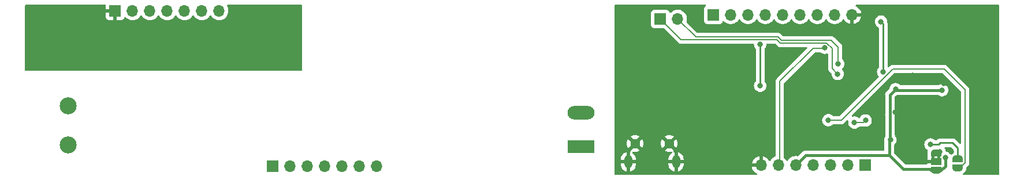
<source format=gbr>
%TF.GenerationSoftware,KiCad,Pcbnew,(6.0.8-1)-1*%
%TF.CreationDate,2022-11-21T09:11:56+01:00*%
%TF.ProjectId,KNXCurrent,4b4e5843-7572-4726-956e-742e6b696361,rev?*%
%TF.SameCoordinates,Original*%
%TF.FileFunction,Copper,L2,Bot*%
%TF.FilePolarity,Positive*%
%FSLAX46Y46*%
G04 Gerber Fmt 4.6, Leading zero omitted, Abs format (unit mm)*
G04 Created by KiCad (PCBNEW (6.0.8-1)-1) date 2022-11-21 09:11:56*
%MOMM*%
%LPD*%
G01*
G04 APERTURE LIST*
G04 Aperture macros list*
%AMFreePoly0*
4,1,20,0.000000,0.744959,0.073905,0.744508,0.209726,0.703889,0.328688,0.626782,0.421226,0.519385,0.479903,0.390333,0.500000,0.250000,0.500000,-0.250000,0.499851,-0.262216,0.476331,-0.402017,0.414519,-0.529596,0.319384,-0.634700,0.198574,-0.708877,0.061801,-0.746166,0.000000,-0.745033,0.000000,-0.750000,-0.550000,-0.750000,-0.550000,0.750000,0.000000,0.750000,0.000000,0.744959,
0.000000,0.744959,$1*%
%AMFreePoly1*
4,1,22,0.550000,-0.750000,0.000000,-0.750000,0.000000,-0.745033,-0.079941,-0.743568,-0.215256,-0.701293,-0.333266,-0.622738,-0.424486,-0.514219,-0.481581,-0.384460,-0.499164,-0.250000,-0.500000,-0.250000,-0.500000,0.250000,-0.499164,0.250000,-0.499963,0.256109,-0.478152,0.396186,-0.417904,0.524511,-0.324060,0.630769,-0.204165,0.706417,-0.067858,0.745374,0.000000,0.744959,0.000000,0.750000,
0.550000,0.750000,0.550000,-0.750000,0.550000,-0.750000,$1*%
%AMFreePoly2*
4,1,20,0.000000,0.744959,0.073905,0.744508,0.209726,0.703889,0.328688,0.626782,0.421226,0.519385,0.479903,0.390333,0.500000,0.250000,0.500000,-0.250000,0.499851,-0.262216,0.476331,-0.402017,0.414519,-0.529596,0.319384,-0.634700,0.198574,-0.708877,0.061801,-0.746166,0.000000,-0.745033,0.000000,-0.750000,-0.500000,-0.750000,-0.500000,0.750000,0.000000,0.750000,0.000000,0.744959,
0.000000,0.744959,$1*%
%AMFreePoly3*
4,1,22,0.500000,-0.750000,0.000000,-0.750000,0.000000,-0.745033,-0.079941,-0.743568,-0.215256,-0.701293,-0.333266,-0.622738,-0.424486,-0.514219,-0.481581,-0.384460,-0.499164,-0.250000,-0.500000,-0.250000,-0.500000,0.250000,-0.499164,0.250000,-0.499963,0.256109,-0.478152,0.396186,-0.417904,0.524511,-0.324060,0.630769,-0.204165,0.706417,-0.067858,0.745374,0.000000,0.744959,0.000000,0.750000,
0.500000,0.750000,0.500000,-0.750000,0.500000,-0.750000,$1*%
G04 Aperture macros list end*
%TA.AperFunction,ComponentPad*%
%ADD10O,1.700000X1.700000*%
%TD*%
%TA.AperFunction,ComponentPad*%
%ADD11R,1.700000X1.700000*%
%TD*%
%TA.AperFunction,ComponentPad*%
%ADD12C,2.500000*%
%TD*%
%TA.AperFunction,ComponentPad*%
%ADD13O,3.960000X1.980000*%
%TD*%
%TA.AperFunction,ComponentPad*%
%ADD14R,3.960000X1.980000*%
%TD*%
%TA.AperFunction,ComponentPad*%
%ADD15C,1.450000*%
%TD*%
%TA.AperFunction,ComponentPad*%
%ADD16O,1.200000X1.900000*%
%TD*%
%TA.AperFunction,SMDPad,CuDef*%
%ADD17FreePoly0,270.000000*%
%TD*%
%TA.AperFunction,SMDPad,CuDef*%
%ADD18R,1.500000X1.000000*%
%TD*%
%TA.AperFunction,SMDPad,CuDef*%
%ADD19FreePoly1,270.000000*%
%TD*%
%TA.AperFunction,SMDPad,CuDef*%
%ADD20FreePoly2,90.000000*%
%TD*%
%TA.AperFunction,SMDPad,CuDef*%
%ADD21FreePoly3,90.000000*%
%TD*%
%TA.AperFunction,ViaPad*%
%ADD22C,0.800000*%
%TD*%
%TA.AperFunction,Conductor*%
%ADD23C,0.250000*%
%TD*%
%TA.AperFunction,Conductor*%
%ADD24C,0.400000*%
%TD*%
%TA.AperFunction,Conductor*%
%ADD25C,0.180000*%
%TD*%
G04 APERTURE END LIST*
%TO.C,JP2*%
G36*
X210050000Y-115615456D02*
G01*
X209650000Y-115615456D01*
X209650000Y-115115456D01*
X210050000Y-115115456D01*
X210050000Y-115615456D01*
G37*
G36*
X209250000Y-115615456D02*
G01*
X208850000Y-115615456D01*
X208850000Y-115115456D01*
X209250000Y-115115456D01*
X209250000Y-115615456D01*
G37*
%TD*%
D10*
%TO.P,J8,2,Pin_2*%
%TO.N,/RP2040 & Top Board/SWD*%
X171590000Y-95015456D03*
D11*
%TO.P,J8,1,Pin_1*%
%TO.N,/RP2040 & Top Board/SWCLK*%
X169050000Y-95015456D03*
%TD*%
D10*
%TO.P,J5,7,Pin_7*%
%TO.N,unconnected-(J5-Pad7)*%
X127415000Y-116693000D03*
%TO.P,J5,6,Pin_6*%
%TO.N,unconnected-(J5-Pad6)*%
X124875000Y-116693000D03*
%TO.P,J5,5,Pin_5*%
%TO.N,/DB_TX-TI*%
X122335000Y-116693000D03*
%TO.P,J5,4,Pin_4*%
%TO.N,unconnected-(J5-Pad4)*%
X119795000Y-116693000D03*
%TO.P,J5,3,Pin_3*%
%TO.N,/DB_3V3*%
X117255000Y-116693000D03*
%TO.P,J5,2,Pin_2*%
%TO.N,/DB_KNX*%
X114715000Y-116693000D03*
D11*
%TO.P,J5,1,Pin_1*%
%TO.N,/DB_GND*%
X112175000Y-116693000D03*
%TD*%
D10*
%TO.P,J7,7,Pin_7*%
%TO.N,GND*%
X183810000Y-116554458D03*
%TO.P,J7,6,Pin_6*%
%TO.N,~{RESET}*%
X186350000Y-116554458D03*
%TO.P,J7,5,Pin_5*%
%TO.N,+3V3*%
X188890000Y-116554458D03*
%TO.P,J7,4,Pin_4*%
%TO.N,NEO_PWR*%
X191430000Y-116554458D03*
%TO.P,J7,3,Pin_3*%
%TO.N,NEO_PIX*%
X193970000Y-116554458D03*
%TO.P,J7,2,Pin_2*%
%TO.N,KNX_Prog*%
X196510000Y-116554458D03*
D11*
%TO.P,J7,1,Pin_1*%
%TO.N,RLED*%
X199050000Y-116554458D03*
%TD*%
D12*
%TO.P,J2,2,GND*%
%TO.N,/DB_GND*%
X82200000Y-107843000D03*
%TO.P,J2,1,KNX*%
%TO.N,/DB_KNX*%
X82200000Y-113593000D03*
%TD*%
D13*
%TO.P,J3,2,Pin_2*%
%TO.N,Net-(J3-Pad2)*%
X157400000Y-108858000D03*
D14*
%TO.P,J3,1,Pin_1*%
%TO.N,Net-(J3-Pad1)*%
X157400000Y-113858000D03*
%TD*%
D10*
%TO.P,J1,9,Pin_9*%
%TO.N,GND*%
X197160000Y-94400000D03*
%TO.P,J1,8,Pin_8*%
%TO.N,KNX*%
X194620000Y-94400000D03*
%TO.P,J1,7,Pin_7*%
%TO.N,+3V3*%
X192080000Y-94400000D03*
%TO.P,J1,6,Pin_6*%
%TO.N,COM1*%
X189540000Y-94400000D03*
%TO.P,J1,5,Pin_5*%
%TO.N,COM2*%
X187000000Y-94400000D03*
%TO.P,J1,4,Pin_4*%
%TO.N,COM3*%
X184460000Y-94400000D03*
%TO.P,J1,3,Pin_3*%
%TO.N,COM4*%
X181920000Y-94400000D03*
%TO.P,J1,2,Pin_2*%
%TO.N,COM5*%
X179380000Y-94400000D03*
D11*
%TO.P,J1,1,Pin_1*%
%TO.N,COM6*%
X176840000Y-94400000D03*
%TD*%
D15*
%TO.P,J4,6,Shield*%
%TO.N,GND*%
X165350000Y-113352956D03*
D16*
X171350000Y-116052956D03*
D15*
X170350000Y-113352956D03*
D16*
X164350000Y-116052956D03*
%TD*%
D10*
%TO.P,J6,7,Pin_7*%
%TO.N,/RP2040 & Top Board/TB_RLED*%
X104365000Y-93821113D03*
%TO.P,J6,6,Pin_6*%
%TO.N,/RP2040 & Top Board/TB_KNX_Prog*%
X101825000Y-93821113D03*
%TO.P,J6,5,Pin_5*%
%TO.N,/RP2040 & Top Board/PIX*%
X99285000Y-93821113D03*
%TO.P,J6,4,Pin_4*%
%TO.N,/RP2040 & Top Board/PWR*%
X96745000Y-93821113D03*
%TO.P,J6,3,Pin_3*%
%TO.N,unconnected-(J6-Pad3)*%
X94205000Y-93821113D03*
%TO.P,J6,2,Pin_2*%
%TO.N,/RP2040 & Top Board/TB_RESET*%
X91665000Y-93821113D03*
D11*
%TO.P,J6,1,Pin_1*%
%TO.N,/RP2040 & Top Board/GND1*%
X89125000Y-93821113D03*
%TD*%
D17*
%TO.P,JP2,3,B*%
%TO.N,+3V3*%
X209450000Y-117315456D03*
D18*
%TO.P,JP2,2,C*%
%TO.N,GND*%
X209450000Y-116015456D03*
D19*
%TO.P,JP2,1,A*%
%TO.N,/FANIN*%
X209450000Y-114715456D03*
%TD*%
D20*
%TO.P,JP1,2,B*%
%TO.N,SAVE*%
X212631200Y-115625458D03*
D21*
%TO.P,JP1,1,A*%
%TO.N,Net-(JP1-Pad1)*%
X212631200Y-116925458D03*
%TD*%
D22*
%TO.N,GND*%
X169850000Y-105215456D03*
X187725000Y-112740456D03*
X206789200Y-110941458D03*
X188950000Y-105315456D03*
X202950000Y-100915456D03*
X197387901Y-100022757D03*
X199677200Y-102559458D03*
X201325000Y-112840456D03*
X209329200Y-110941458D03*
X190550000Y-103815456D03*
X206789200Y-107893458D03*
X184509700Y-110687458D03*
X205386200Y-113481458D03*
X182151200Y-101797458D03*
X191850000Y-111715456D03*
X190787200Y-105353458D03*
X211649500Y-114540456D03*
X208059200Y-107893458D03*
X199931200Y-107131458D03*
X208059200Y-110941458D03*
X209329200Y-109417458D03*
X182151200Y-99765458D03*
X215750000Y-113715456D03*
X178087200Y-104845458D03*
X163050000Y-104915456D03*
X182151200Y-100781458D03*
X181135200Y-105861458D03*
X209329200Y-107893458D03*
X207825000Y-98240456D03*
X189050000Y-104115456D03*
X206022901Y-103340456D03*
X163350000Y-103215456D03*
X208059200Y-109417458D03*
X203506200Y-108734458D03*
X206789200Y-109417458D03*
X210612950Y-104543175D03*
X190850000Y-96415456D03*
%TO.N,Net-(L1-Pad2)*%
X201400000Y-95415456D03*
X201709200Y-102813458D03*
%TO.N,SAVE*%
X208651700Y-113481458D03*
%TO.N,+3V3*%
X183675200Y-98749458D03*
X183675200Y-104845458D03*
X210850000Y-115440456D03*
X210339200Y-105504458D03*
X202776200Y-112794458D03*
X203525000Y-105353756D03*
%TO.N,/RP2040 & Top Board/GND1*%
X109600000Y-94500000D03*
X109600000Y-100500000D03*
X84100000Y-100500000D03*
%TO.N,~{RESET}*%
X193125000Y-99240456D03*
%TO.N,Net-(JP1-Pad1)*%
X193678748Y-109915456D03*
%TO.N,5120_RXD*%
X199134200Y-109960758D03*
X197494347Y-110271109D03*
%TO.N,/RP2040 & Top Board/SWCLK*%
X195051470Y-103116926D03*
%TO.N,/RP2040 & Top Board/SWD*%
X195126700Y-101615456D03*
%TO.N,/FANIN*%
X209978017Y-114578343D03*
%TD*%
D23*
%TO.N,Net-(L1-Pad2)*%
X201400000Y-95415456D02*
X201709200Y-95724656D01*
X201709200Y-95724656D02*
X201709200Y-102813458D01*
%TO.N,SAVE*%
X210101442Y-113241439D02*
X211883181Y-113241439D01*
X211883181Y-113241439D02*
X212631200Y-113989458D01*
X208651700Y-113481458D02*
X209861423Y-113481458D01*
X212631200Y-113989458D02*
X212631200Y-115513458D01*
X209861423Y-113481458D02*
X210101442Y-113241439D01*
D24*
%TO.N,+3V3*%
X202600000Y-115115456D02*
X202600000Y-112970658D01*
X202706200Y-106172556D02*
X202706200Y-109065829D01*
X203525000Y-105353756D02*
X202706200Y-106172556D01*
D23*
X183675200Y-104845458D02*
X183675200Y-99003458D01*
D24*
X202600000Y-115115456D02*
X204625000Y-117140456D01*
X210850000Y-116665456D02*
X210200000Y-117315456D01*
X190329002Y-115115456D02*
X202600000Y-115115456D01*
X202706200Y-109065829D02*
X202725000Y-109084629D01*
X208525000Y-117140456D02*
X208700000Y-117315456D01*
D23*
X183675200Y-99003458D02*
X183675200Y-98495458D01*
D24*
X210850000Y-115440456D02*
X210850000Y-116665456D01*
X204625000Y-117140456D02*
X208525000Y-117140456D01*
X202725000Y-112743258D02*
X202776200Y-112794458D01*
X203675702Y-105504458D02*
X210339200Y-105504458D01*
X210200000Y-117315456D02*
X209450000Y-117315456D01*
X202600000Y-112970658D02*
X202776200Y-112794458D01*
X202725000Y-109084629D02*
X202725000Y-112743258D01*
X208700000Y-117315456D02*
X209450000Y-117315456D01*
X203525000Y-105353756D02*
X203675702Y-105504458D01*
D23*
X183675200Y-98749458D02*
X183675200Y-99003458D01*
D24*
X190329002Y-115115456D02*
X188890000Y-116554458D01*
D25*
%TO.N,~{RESET}*%
X186560000Y-112529648D02*
X186560000Y-113101264D01*
X191458649Y-99306807D02*
X186570000Y-104195457D01*
X193125000Y-99240456D02*
X193058649Y-99306807D01*
X186570000Y-112519648D02*
X186560000Y-112529648D01*
X193058649Y-99306807D02*
X191458649Y-99306807D01*
X186560000Y-113101264D02*
X186570000Y-113111264D01*
X186570000Y-104195457D02*
X186570000Y-112519648D01*
X186570000Y-113111264D02*
X186570000Y-116334458D01*
%TO.N,Net-(JP1-Pad1)*%
X203116709Y-102381757D02*
X210666301Y-102381757D01*
X193678748Y-109915456D02*
X195583010Y-109915456D01*
X213752998Y-116163784D02*
X212991324Y-116925458D01*
X195583010Y-109915456D02*
X203116709Y-102381757D01*
X210666301Y-102381757D02*
X213752998Y-105468454D01*
X213752998Y-105468454D02*
X213752998Y-116163784D01*
%TO.N,5120_RXD*%
X198823849Y-110271109D02*
X199134200Y-109960758D01*
X197494347Y-110271109D02*
X198823849Y-110271109D01*
%TO.N,/RP2040 & Top Board/SWCLK*%
X193410808Y-98550456D02*
X186635000Y-98550456D01*
X186635000Y-98550456D02*
X186144002Y-98059458D01*
X186144002Y-98059458D02*
X172094002Y-98059458D01*
X172094002Y-98059458D02*
X169050000Y-95015456D01*
X195051470Y-103116926D02*
X194225000Y-102290456D01*
X194225000Y-99364648D02*
X193410808Y-98550456D01*
X194225000Y-102290456D02*
X194225000Y-99364648D01*
%TO.N,/RP2040 & Top Board/SWD*%
X194088209Y-98140456D02*
X186762402Y-98140456D01*
X186762402Y-98140456D02*
X186301403Y-97679458D01*
X195126700Y-101615456D02*
X195126700Y-99178947D01*
X174254002Y-97679458D02*
X171590000Y-95015456D01*
X195126700Y-99178947D02*
X194088209Y-98140456D01*
X186301403Y-97679458D02*
X174254002Y-97679458D01*
%TD*%
%TA.AperFunction,Conductor*%
%TO.N,GND*%
G36*
X175667272Y-92943958D02*
G01*
X175713765Y-92997614D01*
X175723869Y-93067888D01*
X175694375Y-93132468D01*
X175674716Y-93150782D01*
X175662064Y-93160264D01*
X175626739Y-93186739D01*
X175539385Y-93303295D01*
X175488255Y-93439684D01*
X175481500Y-93501866D01*
X175481500Y-95298134D01*
X175488255Y-95360316D01*
X175539385Y-95496705D01*
X175626739Y-95613261D01*
X175743295Y-95700615D01*
X175879684Y-95751745D01*
X175941866Y-95758500D01*
X177738134Y-95758500D01*
X177800316Y-95751745D01*
X177936705Y-95700615D01*
X178053261Y-95613261D01*
X178140615Y-95496705D01*
X178162799Y-95437529D01*
X178184598Y-95379382D01*
X178227240Y-95322618D01*
X178293802Y-95297918D01*
X178363150Y-95313126D01*
X178397817Y-95341114D01*
X178426250Y-95373938D01*
X178598126Y-95516632D01*
X178791000Y-95629338D01*
X178999692Y-95709030D01*
X179004760Y-95710061D01*
X179004763Y-95710062D01*
X179099862Y-95729410D01*
X179218597Y-95753567D01*
X179223772Y-95753757D01*
X179223774Y-95753757D01*
X179436673Y-95761564D01*
X179436677Y-95761564D01*
X179441837Y-95761753D01*
X179446957Y-95761097D01*
X179446959Y-95761097D01*
X179658288Y-95734025D01*
X179658289Y-95734025D01*
X179663416Y-95733368D01*
X179668366Y-95731883D01*
X179872429Y-95670661D01*
X179872434Y-95670659D01*
X179877384Y-95669174D01*
X180077994Y-95570896D01*
X180259860Y-95441173D01*
X180418096Y-95283489D01*
X180548453Y-95102077D01*
X180549776Y-95103028D01*
X180596645Y-95059857D01*
X180666580Y-95047625D01*
X180732026Y-95075144D01*
X180759875Y-95106994D01*
X180819987Y-95205088D01*
X180966250Y-95373938D01*
X181138126Y-95516632D01*
X181331000Y-95629338D01*
X181539692Y-95709030D01*
X181544760Y-95710061D01*
X181544763Y-95710062D01*
X181639862Y-95729410D01*
X181758597Y-95753567D01*
X181763772Y-95753757D01*
X181763774Y-95753757D01*
X181976673Y-95761564D01*
X181976677Y-95761564D01*
X181981837Y-95761753D01*
X181986957Y-95761097D01*
X181986959Y-95761097D01*
X182198288Y-95734025D01*
X182198289Y-95734025D01*
X182203416Y-95733368D01*
X182208366Y-95731883D01*
X182412429Y-95670661D01*
X182412434Y-95670659D01*
X182417384Y-95669174D01*
X182617994Y-95570896D01*
X182799860Y-95441173D01*
X182958096Y-95283489D01*
X183088453Y-95102077D01*
X183089776Y-95103028D01*
X183136645Y-95059857D01*
X183206580Y-95047625D01*
X183272026Y-95075144D01*
X183299875Y-95106994D01*
X183359987Y-95205088D01*
X183506250Y-95373938D01*
X183678126Y-95516632D01*
X183871000Y-95629338D01*
X184079692Y-95709030D01*
X184084760Y-95710061D01*
X184084763Y-95710062D01*
X184179862Y-95729410D01*
X184298597Y-95753567D01*
X184303772Y-95753757D01*
X184303774Y-95753757D01*
X184516673Y-95761564D01*
X184516677Y-95761564D01*
X184521837Y-95761753D01*
X184526957Y-95761097D01*
X184526959Y-95761097D01*
X184738288Y-95734025D01*
X184738289Y-95734025D01*
X184743416Y-95733368D01*
X184748366Y-95731883D01*
X184952429Y-95670661D01*
X184952434Y-95670659D01*
X184957384Y-95669174D01*
X185157994Y-95570896D01*
X185339860Y-95441173D01*
X185498096Y-95283489D01*
X185628453Y-95102077D01*
X185629776Y-95103028D01*
X185676645Y-95059857D01*
X185746580Y-95047625D01*
X185812026Y-95075144D01*
X185839875Y-95106994D01*
X185899987Y-95205088D01*
X186046250Y-95373938D01*
X186218126Y-95516632D01*
X186411000Y-95629338D01*
X186619692Y-95709030D01*
X186624760Y-95710061D01*
X186624763Y-95710062D01*
X186719862Y-95729410D01*
X186838597Y-95753567D01*
X186843772Y-95753757D01*
X186843774Y-95753757D01*
X187056673Y-95761564D01*
X187056677Y-95761564D01*
X187061837Y-95761753D01*
X187066957Y-95761097D01*
X187066959Y-95761097D01*
X187278288Y-95734025D01*
X187278289Y-95734025D01*
X187283416Y-95733368D01*
X187288366Y-95731883D01*
X187492429Y-95670661D01*
X187492434Y-95670659D01*
X187497384Y-95669174D01*
X187697994Y-95570896D01*
X187879860Y-95441173D01*
X188038096Y-95283489D01*
X188168453Y-95102077D01*
X188169776Y-95103028D01*
X188216645Y-95059857D01*
X188286580Y-95047625D01*
X188352026Y-95075144D01*
X188379875Y-95106994D01*
X188439987Y-95205088D01*
X188586250Y-95373938D01*
X188758126Y-95516632D01*
X188951000Y-95629338D01*
X189159692Y-95709030D01*
X189164760Y-95710061D01*
X189164763Y-95710062D01*
X189259862Y-95729410D01*
X189378597Y-95753567D01*
X189383772Y-95753757D01*
X189383774Y-95753757D01*
X189596673Y-95761564D01*
X189596677Y-95761564D01*
X189601837Y-95761753D01*
X189606957Y-95761097D01*
X189606959Y-95761097D01*
X189818288Y-95734025D01*
X189818289Y-95734025D01*
X189823416Y-95733368D01*
X189828366Y-95731883D01*
X190032429Y-95670661D01*
X190032434Y-95670659D01*
X190037384Y-95669174D01*
X190237994Y-95570896D01*
X190419860Y-95441173D01*
X190578096Y-95283489D01*
X190708453Y-95102077D01*
X190709776Y-95103028D01*
X190756645Y-95059857D01*
X190826580Y-95047625D01*
X190892026Y-95075144D01*
X190919875Y-95106994D01*
X190979987Y-95205088D01*
X191126250Y-95373938D01*
X191298126Y-95516632D01*
X191491000Y-95629338D01*
X191699692Y-95709030D01*
X191704760Y-95710061D01*
X191704763Y-95710062D01*
X191799862Y-95729410D01*
X191918597Y-95753567D01*
X191923772Y-95753757D01*
X191923774Y-95753757D01*
X192136673Y-95761564D01*
X192136677Y-95761564D01*
X192141837Y-95761753D01*
X192146957Y-95761097D01*
X192146959Y-95761097D01*
X192358288Y-95734025D01*
X192358289Y-95734025D01*
X192363416Y-95733368D01*
X192368366Y-95731883D01*
X192572429Y-95670661D01*
X192572434Y-95670659D01*
X192577384Y-95669174D01*
X192777994Y-95570896D01*
X192959860Y-95441173D01*
X193118096Y-95283489D01*
X193248453Y-95102077D01*
X193249776Y-95103028D01*
X193296645Y-95059857D01*
X193366580Y-95047625D01*
X193432026Y-95075144D01*
X193459875Y-95106994D01*
X193519987Y-95205088D01*
X193666250Y-95373938D01*
X193838126Y-95516632D01*
X194031000Y-95629338D01*
X194239692Y-95709030D01*
X194244760Y-95710061D01*
X194244763Y-95710062D01*
X194339862Y-95729410D01*
X194458597Y-95753567D01*
X194463772Y-95753757D01*
X194463774Y-95753757D01*
X194676673Y-95761564D01*
X194676677Y-95761564D01*
X194681837Y-95761753D01*
X194686957Y-95761097D01*
X194686959Y-95761097D01*
X194898288Y-95734025D01*
X194898289Y-95734025D01*
X194903416Y-95733368D01*
X194908366Y-95731883D01*
X195112429Y-95670661D01*
X195112434Y-95670659D01*
X195117384Y-95669174D01*
X195317994Y-95570896D01*
X195499860Y-95441173D01*
X195658096Y-95283489D01*
X195788453Y-95102077D01*
X195789640Y-95102930D01*
X195836960Y-95059362D01*
X195906897Y-95047145D01*
X195972338Y-95074678D01*
X196000166Y-95106511D01*
X196057694Y-95200388D01*
X196063777Y-95208699D01*
X196203213Y-95369667D01*
X196210580Y-95376883D01*
X196374434Y-95512916D01*
X196382881Y-95518831D01*
X196566756Y-95626279D01*
X196576042Y-95630729D01*
X196775001Y-95706703D01*
X196784899Y-95709579D01*
X196888250Y-95730606D01*
X196902299Y-95729410D01*
X196906000Y-95719065D01*
X196906000Y-95718517D01*
X197414000Y-95718517D01*
X197418064Y-95732359D01*
X197431478Y-95734393D01*
X197438184Y-95733534D01*
X197448262Y-95731392D01*
X197652255Y-95670191D01*
X197661842Y-95666433D01*
X197853095Y-95572739D01*
X197861945Y-95567464D01*
X198035328Y-95443792D01*
X198043200Y-95437139D01*
X198194052Y-95286812D01*
X198200730Y-95278965D01*
X198325003Y-95106020D01*
X198330313Y-95097183D01*
X198424670Y-94906267D01*
X198428469Y-94896672D01*
X198490377Y-94692910D01*
X198492555Y-94682837D01*
X198493986Y-94671962D01*
X198491775Y-94657778D01*
X198478617Y-94654000D01*
X197432115Y-94654000D01*
X197416876Y-94658475D01*
X197415671Y-94659865D01*
X197414000Y-94667548D01*
X197414000Y-95718517D01*
X196906000Y-95718517D01*
X196906000Y-94272000D01*
X196926002Y-94203879D01*
X196979658Y-94157386D01*
X197032000Y-94146000D01*
X198478344Y-94146000D01*
X198491875Y-94142027D01*
X198493180Y-94132947D01*
X198451214Y-93965875D01*
X198447894Y-93956124D01*
X198362972Y-93760814D01*
X198358105Y-93751739D01*
X198242426Y-93572926D01*
X198236136Y-93564757D01*
X198092806Y-93407240D01*
X198085273Y-93400215D01*
X197918139Y-93268222D01*
X197909552Y-93262517D01*
X197724322Y-93160264D01*
X197674352Y-93109832D01*
X197659580Y-93040389D01*
X197684696Y-92973984D01*
X197741727Y-92931699D01*
X197785216Y-92923956D01*
X218565500Y-92923956D01*
X218633621Y-92943958D01*
X218680114Y-92997614D01*
X218691500Y-93049956D01*
X218691500Y-117880956D01*
X218671498Y-117949077D01*
X218617842Y-117995570D01*
X218565500Y-118006956D01*
X213502827Y-118006956D01*
X213434706Y-117986954D01*
X213388213Y-117933298D01*
X213378109Y-117863024D01*
X213407603Y-117798444D01*
X213436243Y-117773986D01*
X213474894Y-117749928D01*
X213474898Y-117749925D01*
X213478696Y-117747561D01*
X213508689Y-117722350D01*
X213584899Y-117658289D01*
X213584900Y-117658288D01*
X213588331Y-117655404D01*
X213685418Y-117546819D01*
X213695484Y-117531698D01*
X213762299Y-117431323D01*
X213762300Y-117431321D01*
X213764781Y-117427594D01*
X213827489Y-117296125D01*
X213833524Y-117276810D01*
X213865877Y-117173252D01*
X213870199Y-117159419D01*
X213893487Y-117015637D01*
X213895280Y-116917810D01*
X213916527Y-116850068D01*
X213932164Y-116831025D01*
X214142621Y-116620568D01*
X214155012Y-116609700D01*
X214173302Y-116595666D01*
X214173303Y-116595665D01*
X214179853Y-116590639D01*
X214184879Y-116584089D01*
X214184882Y-116584086D01*
X214203938Y-116559251D01*
X214275787Y-116465616D01*
X214336093Y-116320023D01*
X214356662Y-116163784D01*
X214352576Y-116132747D01*
X214351498Y-116116301D01*
X214351498Y-105515937D01*
X214352576Y-105499491D01*
X214355584Y-105476642D01*
X214356662Y-105468454D01*
X214338707Y-105332073D01*
X214336093Y-105312214D01*
X214321169Y-105276183D01*
X214309780Y-105248689D01*
X214296660Y-105217014D01*
X214275787Y-105166622D01*
X214203938Y-105072987D01*
X214206828Y-105070770D01*
X214206827Y-105070769D01*
X214203937Y-105072986D01*
X214184876Y-105048145D01*
X214179853Y-105041599D01*
X214155011Y-105022537D01*
X214142621Y-105011670D01*
X211123085Y-101992134D01*
X211112217Y-101979743D01*
X211098183Y-101961453D01*
X211098181Y-101961451D01*
X211093156Y-101954902D01*
X211086605Y-101949875D01*
X211086603Y-101949873D01*
X211061768Y-101930817D01*
X210974686Y-101863996D01*
X210974684Y-101863995D01*
X210968133Y-101858968D01*
X210960503Y-101855808D01*
X210960502Y-101855807D01*
X210907829Y-101833990D01*
X210907827Y-101833989D01*
X210838769Y-101805384D01*
X210822541Y-101798662D01*
X210814357Y-101797585D01*
X210814355Y-101797584D01*
X210705529Y-101783257D01*
X210705524Y-101783257D01*
X210666301Y-101778093D01*
X210658113Y-101779171D01*
X210635266Y-101782179D01*
X210618819Y-101783257D01*
X203164191Y-101783257D01*
X203147744Y-101782179D01*
X203124897Y-101779171D01*
X203116709Y-101778093D01*
X203077486Y-101783257D01*
X203077481Y-101783257D01*
X202968657Y-101797584D01*
X202960469Y-101798662D01*
X202952842Y-101801821D01*
X202952839Y-101801822D01*
X202822505Y-101855808D01*
X202822503Y-101855809D01*
X202814877Y-101858968D01*
X202808329Y-101863993D01*
X202808323Y-101863996D01*
X202760704Y-101900536D01*
X202696404Y-101949875D01*
X202696400Y-101949879D01*
X202689854Y-101954902D01*
X202684831Y-101961448D01*
X202684828Y-101961451D01*
X202670790Y-101979746D01*
X202659922Y-101992138D01*
X202557795Y-102094265D01*
X202495483Y-102128291D01*
X202424668Y-102123226D01*
X202367832Y-102080679D01*
X202343021Y-102014159D01*
X202342700Y-102005170D01*
X202342700Y-95803423D01*
X202343227Y-95792240D01*
X202344902Y-95784747D01*
X202344066Y-95758131D01*
X202342762Y-95716657D01*
X202342700Y-95712699D01*
X202342700Y-95684800D01*
X202342196Y-95680809D01*
X202341263Y-95668967D01*
X202341184Y-95666433D01*
X202339874Y-95624767D01*
X202337662Y-95617153D01*
X202337661Y-95617148D01*
X202334223Y-95605315D01*
X202330212Y-95585951D01*
X202328667Y-95573720D01*
X202327674Y-95565859D01*
X202315377Y-95534799D01*
X202307220Y-95475248D01*
X202312814Y-95422022D01*
X202312814Y-95422021D01*
X202313504Y-95415456D01*
X202305691Y-95341115D01*
X202294232Y-95232091D01*
X202294232Y-95232089D01*
X202293542Y-95225528D01*
X202234527Y-95043900D01*
X202139040Y-94878512D01*
X202011253Y-94736590D01*
X201856752Y-94624338D01*
X201850724Y-94621654D01*
X201850722Y-94621653D01*
X201688319Y-94549347D01*
X201688318Y-94549347D01*
X201682288Y-94546662D01*
X201588887Y-94526809D01*
X201501944Y-94508328D01*
X201501939Y-94508328D01*
X201495487Y-94506956D01*
X201304513Y-94506956D01*
X201298061Y-94508328D01*
X201298056Y-94508328D01*
X201211113Y-94526809D01*
X201117712Y-94546662D01*
X201111682Y-94549347D01*
X201111681Y-94549347D01*
X200949278Y-94621653D01*
X200949276Y-94621654D01*
X200943248Y-94624338D01*
X200788747Y-94736590D01*
X200660960Y-94878512D01*
X200565473Y-95043900D01*
X200506458Y-95225528D01*
X200505768Y-95232089D01*
X200505768Y-95232091D01*
X200494309Y-95341115D01*
X200486496Y-95415456D01*
X200487186Y-95422021D01*
X200505450Y-95595790D01*
X200506458Y-95605384D01*
X200565473Y-95787012D01*
X200660960Y-95952400D01*
X200665378Y-95957307D01*
X200665379Y-95957308D01*
X200682004Y-95975772D01*
X200788747Y-96094322D01*
X200943248Y-96206574D01*
X200949276Y-96209258D01*
X200949278Y-96209259D01*
X201000949Y-96232264D01*
X201055045Y-96278244D01*
X201075700Y-96347371D01*
X201075700Y-102110934D01*
X201055698Y-102179055D01*
X201043342Y-102195237D01*
X200970160Y-102276514D01*
X200874673Y-102441902D01*
X200815658Y-102623530D01*
X200814968Y-102630091D01*
X200814968Y-102630093D01*
X200806490Y-102710758D01*
X200795696Y-102813458D01*
X200796386Y-102820023D01*
X200813530Y-102983136D01*
X200815658Y-103003386D01*
X200874673Y-103185014D01*
X200970160Y-103350402D01*
X201047216Y-103435981D01*
X201077933Y-103499989D01*
X201069168Y-103570442D01*
X201042674Y-103609386D01*
X198201964Y-106450095D01*
X195372008Y-109280051D01*
X195309696Y-109314077D01*
X195282913Y-109316956D01*
X194418462Y-109316956D01*
X194350341Y-109296954D01*
X194324826Y-109275267D01*
X194294416Y-109241493D01*
X194294414Y-109241492D01*
X194290001Y-109236590D01*
X194243032Y-109202465D01*
X194140842Y-109128219D01*
X194140841Y-109128218D01*
X194135500Y-109124338D01*
X194129472Y-109121654D01*
X194129470Y-109121653D01*
X193967067Y-109049347D01*
X193967066Y-109049347D01*
X193961036Y-109046662D01*
X193867636Y-109026809D01*
X193780692Y-109008328D01*
X193780687Y-109008328D01*
X193774235Y-109006956D01*
X193583261Y-109006956D01*
X193576809Y-109008328D01*
X193576804Y-109008328D01*
X193489860Y-109026809D01*
X193396460Y-109046662D01*
X193390430Y-109049347D01*
X193390429Y-109049347D01*
X193228026Y-109121653D01*
X193228024Y-109121654D01*
X193221996Y-109124338D01*
X193067495Y-109236590D01*
X193063074Y-109241500D01*
X193063073Y-109241501D01*
X193028363Y-109280051D01*
X192939708Y-109378512D01*
X192844221Y-109543900D01*
X192785206Y-109725528D01*
X192784516Y-109732089D01*
X192784516Y-109732091D01*
X192779755Y-109777393D01*
X192765244Y-109915456D01*
X192785206Y-110105384D01*
X192844221Y-110287012D01*
X192847524Y-110292734D01*
X192847525Y-110292735D01*
X192870376Y-110332314D01*
X192939708Y-110452400D01*
X192944126Y-110457307D01*
X192944127Y-110457308D01*
X192982233Y-110499629D01*
X193067495Y-110594322D01*
X193221996Y-110706574D01*
X193228024Y-110709258D01*
X193228026Y-110709259D01*
X193323746Y-110751876D01*
X193396460Y-110784250D01*
X193481543Y-110802335D01*
X193576804Y-110822584D01*
X193576809Y-110822584D01*
X193583261Y-110823956D01*
X193774235Y-110823956D01*
X193780687Y-110822584D01*
X193780692Y-110822584D01*
X193875953Y-110802335D01*
X193961036Y-110784250D01*
X194033750Y-110751876D01*
X194129470Y-110709259D01*
X194129472Y-110709258D01*
X194135500Y-110706574D01*
X194290001Y-110594322D01*
X194324826Y-110555645D01*
X194385272Y-110518406D01*
X194418462Y-110513956D01*
X195535528Y-110513956D01*
X195551975Y-110515034D01*
X195583010Y-110519120D01*
X195622233Y-110513956D01*
X195622238Y-110513956D01*
X195731062Y-110499629D01*
X195739250Y-110498551D01*
X195829816Y-110461037D01*
X195884842Y-110438245D01*
X195978477Y-110366396D01*
X195980694Y-110369286D01*
X195980695Y-110369285D01*
X195978478Y-110366395D01*
X196003319Y-110347334D01*
X196009865Y-110342311D01*
X196028927Y-110317469D01*
X196039794Y-110305079D01*
X196391951Y-109952922D01*
X196454263Y-109918896D01*
X196525078Y-109923961D01*
X196581914Y-109966508D01*
X196606725Y-110033028D01*
X196602457Y-110068069D01*
X196604218Y-110068443D01*
X196602844Y-110074904D01*
X196600805Y-110081181D01*
X196600115Y-110087742D01*
X196600115Y-110087744D01*
X196593500Y-110150686D01*
X196580843Y-110271109D01*
X196581533Y-110277674D01*
X196598742Y-110441405D01*
X196600805Y-110461037D01*
X196659820Y-110642665D01*
X196755307Y-110808053D01*
X196883094Y-110949975D01*
X197037595Y-111062227D01*
X197043623Y-111064911D01*
X197043625Y-111064912D01*
X197206028Y-111137218D01*
X197212059Y-111139903D01*
X197305460Y-111159756D01*
X197392403Y-111178237D01*
X197392408Y-111178237D01*
X197398860Y-111179609D01*
X197589834Y-111179609D01*
X197596286Y-111178237D01*
X197596291Y-111178237D01*
X197683234Y-111159756D01*
X197776635Y-111139903D01*
X197782666Y-111137218D01*
X197945069Y-111064912D01*
X197945071Y-111064911D01*
X197951099Y-111062227D01*
X198105600Y-110949975D01*
X198140425Y-110911298D01*
X198200871Y-110874059D01*
X198234061Y-110869609D01*
X198776367Y-110869609D01*
X198792814Y-110870687D01*
X198823849Y-110874773D01*
X198863072Y-110869609D01*
X198863077Y-110869609D01*
X198938366Y-110859697D01*
X198951089Y-110858022D01*
X198993732Y-110859697D01*
X199032256Y-110867886D01*
X199032260Y-110867886D01*
X199038713Y-110869258D01*
X199229687Y-110869258D01*
X199236139Y-110867886D01*
X199236144Y-110867886D01*
X199323088Y-110849405D01*
X199416488Y-110829552D01*
X199429057Y-110823956D01*
X199584922Y-110754561D01*
X199584924Y-110754560D01*
X199590952Y-110751876D01*
X199745453Y-110639624D01*
X199782747Y-110598205D01*
X199868821Y-110502610D01*
X199868822Y-110502609D01*
X199873240Y-110497702D01*
X199968727Y-110332314D01*
X200027742Y-110150686D01*
X200032504Y-110105384D01*
X200047014Y-109967323D01*
X200047704Y-109960758D01*
X200027742Y-109770830D01*
X199968727Y-109589202D01*
X199946201Y-109550185D01*
X199931514Y-109524748D01*
X199873240Y-109423814D01*
X199837599Y-109384230D01*
X199749875Y-109286803D01*
X199749874Y-109286802D01*
X199745453Y-109281892D01*
X199590952Y-109169640D01*
X199584924Y-109166956D01*
X199584922Y-109166955D01*
X199422519Y-109094649D01*
X199422518Y-109094649D01*
X199416488Y-109091964D01*
X199323088Y-109072111D01*
X199236144Y-109053630D01*
X199236139Y-109053630D01*
X199229687Y-109052258D01*
X199038713Y-109052258D01*
X199032261Y-109053630D01*
X199032256Y-109053630D01*
X198945312Y-109072111D01*
X198851912Y-109091964D01*
X198845882Y-109094649D01*
X198845881Y-109094649D01*
X198683478Y-109166955D01*
X198683476Y-109166956D01*
X198677448Y-109169640D01*
X198522947Y-109281892D01*
X198518526Y-109286802D01*
X198518525Y-109286803D01*
X198430802Y-109384230D01*
X198395160Y-109423814D01*
X198329132Y-109538177D01*
X198309492Y-109572195D01*
X198258109Y-109621188D01*
X198188396Y-109634624D01*
X198122485Y-109608238D01*
X198115124Y-109601351D01*
X198114927Y-109601569D01*
X198110015Y-109597146D01*
X198105600Y-109592243D01*
X197951099Y-109479991D01*
X197945071Y-109477307D01*
X197945069Y-109477306D01*
X197782666Y-109405000D01*
X197782665Y-109405000D01*
X197776635Y-109402315D01*
X197677396Y-109381221D01*
X197596291Y-109363981D01*
X197596286Y-109363981D01*
X197589834Y-109362609D01*
X197398860Y-109362609D01*
X197392408Y-109363981D01*
X197392403Y-109363981D01*
X197285884Y-109386623D01*
X197215093Y-109381221D01*
X197158461Y-109338404D01*
X197133967Y-109271767D01*
X197149388Y-109202465D01*
X197170592Y-109174281D01*
X203327710Y-103017162D01*
X203390022Y-102983136D01*
X203416805Y-102980257D01*
X210366204Y-102980257D01*
X210434325Y-103000259D01*
X210455299Y-103017162D01*
X213117593Y-105679456D01*
X213151619Y-105741768D01*
X213154498Y-105768551D01*
X213154498Y-113312661D01*
X213134496Y-113380782D01*
X213080840Y-113427275D01*
X213010566Y-113437379D01*
X212945986Y-113407885D01*
X212939402Y-113401756D01*
X212709384Y-113171737D01*
X212386828Y-112849181D01*
X212379294Y-112840902D01*
X212375181Y-112834421D01*
X212325529Y-112787795D01*
X212322688Y-112785041D01*
X212302951Y-112765304D01*
X212299754Y-112762824D01*
X212290732Y-112755119D01*
X212273661Y-112739088D01*
X212258502Y-112724853D01*
X212251556Y-112721034D01*
X212251553Y-112721032D01*
X212240747Y-112715091D01*
X212224228Y-112704240D01*
X212223764Y-112703880D01*
X212208222Y-112691825D01*
X212200953Y-112688680D01*
X212200949Y-112688677D01*
X212167644Y-112674265D01*
X212156994Y-112669048D01*
X212118241Y-112647744D01*
X212098618Y-112642706D01*
X212079915Y-112636302D01*
X212068601Y-112631406D01*
X212068600Y-112631406D01*
X212061326Y-112628258D01*
X212053503Y-112627019D01*
X212053493Y-112627016D01*
X212017657Y-112621340D01*
X212006037Y-112618934D01*
X211970892Y-112609911D01*
X211970891Y-112609911D01*
X211963211Y-112607939D01*
X211942957Y-112607939D01*
X211923246Y-112606388D01*
X211911067Y-112604459D01*
X211903238Y-112603219D01*
X211873967Y-112605986D01*
X211859220Y-112607380D01*
X211847362Y-112607939D01*
X210180209Y-112607939D01*
X210169026Y-112607412D01*
X210161533Y-112605737D01*
X210153607Y-112605986D01*
X210153606Y-112605986D01*
X210093456Y-112607877D01*
X210089497Y-112607939D01*
X210061586Y-112607939D01*
X210057652Y-112608436D01*
X210057651Y-112608436D01*
X210057586Y-112608444D01*
X210045749Y-112609377D01*
X210013932Y-112610377D01*
X210009471Y-112610517D01*
X210001552Y-112610766D01*
X209983896Y-112615895D01*
X209982100Y-112616417D01*
X209962748Y-112620425D01*
X209955677Y-112621319D01*
X209942645Y-112622965D01*
X209935276Y-112625882D01*
X209935274Y-112625883D01*
X209901539Y-112639239D01*
X209890312Y-112643084D01*
X209888129Y-112643718D01*
X209847849Y-112655421D01*
X209841026Y-112659456D01*
X209841024Y-112659457D01*
X209830414Y-112665732D01*
X209812666Y-112674427D01*
X209793825Y-112681887D01*
X209787409Y-112686549D01*
X209787408Y-112686549D01*
X209758055Y-112707875D01*
X209748135Y-112714391D01*
X209716907Y-112732859D01*
X209716904Y-112732861D01*
X209710080Y-112736897D01*
X209695756Y-112751221D01*
X209680729Y-112764056D01*
X209664335Y-112775967D01*
X209659282Y-112782075D01*
X209659280Y-112782077D01*
X209642573Y-112802273D01*
X209583740Y-112842011D01*
X209545488Y-112847958D01*
X209359900Y-112847958D01*
X209291779Y-112827956D01*
X209272553Y-112811615D01*
X209272280Y-112811918D01*
X209267368Y-112807495D01*
X209262953Y-112802592D01*
X209166974Y-112732859D01*
X209113794Y-112694221D01*
X209113793Y-112694220D01*
X209108452Y-112690340D01*
X209102424Y-112687656D01*
X209102422Y-112687655D01*
X208940019Y-112615349D01*
X208940018Y-112615349D01*
X208933988Y-112612664D01*
X208840588Y-112592811D01*
X208753644Y-112574330D01*
X208753639Y-112574330D01*
X208747187Y-112572958D01*
X208556213Y-112572958D01*
X208549761Y-112574330D01*
X208549756Y-112574330D01*
X208462812Y-112592811D01*
X208369412Y-112612664D01*
X208363382Y-112615349D01*
X208363381Y-112615349D01*
X208200978Y-112687655D01*
X208200976Y-112687656D01*
X208194948Y-112690340D01*
X208040447Y-112802592D01*
X207912660Y-112944514D01*
X207884886Y-112992620D01*
X207826888Y-113093076D01*
X207817173Y-113109902D01*
X207758158Y-113291530D01*
X207757468Y-113298091D01*
X207757468Y-113298093D01*
X207750695Y-113362536D01*
X207738196Y-113481458D01*
X207758158Y-113671386D01*
X207817173Y-113853014D01*
X207912660Y-114018402D01*
X207917078Y-114023309D01*
X207917079Y-114023310D01*
X208036025Y-114155413D01*
X208040447Y-114160324D01*
X208096521Y-114201064D01*
X208188046Y-114267562D01*
X208231400Y-114323785D01*
X208237475Y-114394521D01*
X208234252Y-114407072D01*
X208212338Y-114477215D01*
X208211001Y-114481495D01*
X208187713Y-114625277D01*
X208185088Y-114768476D01*
X208185641Y-114772921D01*
X208185878Y-114777400D01*
X208185751Y-114777407D01*
X208186271Y-114785795D01*
X208186271Y-115265456D01*
X208191500Y-115338567D01*
X208193404Y-115345051D01*
X208195402Y-115351856D01*
X208196789Y-115405036D01*
X208198748Y-115405249D01*
X208192369Y-115463970D01*
X208192000Y-115470784D01*
X208192000Y-115743341D01*
X208196475Y-115758580D01*
X208197865Y-115759785D01*
X208205548Y-115761456D01*
X208567685Y-115761456D01*
X208585617Y-115762739D01*
X208613283Y-115766717D01*
X208700000Y-115779185D01*
X209578000Y-115779185D01*
X209646121Y-115799187D01*
X209692614Y-115852843D01*
X209704000Y-115905185D01*
X209704000Y-116125727D01*
X209683998Y-116193848D01*
X209630342Y-116240341D01*
X209578000Y-116251727D01*
X208700000Y-116251727D01*
X208668014Y-116254015D01*
X208633627Y-116256474D01*
X208633626Y-116256474D01*
X208626889Y-116256956D01*
X208601699Y-116264352D01*
X208566203Y-116269456D01*
X208210116Y-116269456D01*
X208194877Y-116273931D01*
X208193672Y-116275321D01*
X208192001Y-116283004D01*
X208192001Y-116305956D01*
X208171999Y-116374077D01*
X208118343Y-116420570D01*
X208066001Y-116431956D01*
X204970660Y-116431956D01*
X204902539Y-116411954D01*
X204881565Y-116395051D01*
X203345405Y-114858891D01*
X203311379Y-114796579D01*
X203308500Y-114769796D01*
X203308500Y-113594887D01*
X203328502Y-113526766D01*
X203360439Y-113492951D01*
X203367222Y-113488023D01*
X203387453Y-113473324D01*
X203428916Y-113427275D01*
X203510821Y-113336310D01*
X203510822Y-113336309D01*
X203515240Y-113331402D01*
X203610727Y-113166014D01*
X203669742Y-112984386D01*
X203683953Y-112849181D01*
X203689014Y-112801023D01*
X203689704Y-112794458D01*
X203684244Y-112742508D01*
X203670432Y-112611093D01*
X203670432Y-112611091D01*
X203669742Y-112604530D01*
X203610727Y-112422902D01*
X203515240Y-112257514D01*
X203465862Y-112202674D01*
X203435146Y-112138668D01*
X203433500Y-112118366D01*
X203433500Y-109113541D01*
X203433792Y-109104971D01*
X203437209Y-109054853D01*
X203437209Y-109054849D01*
X203437725Y-109047277D01*
X203426739Y-108984332D01*
X203425777Y-108977811D01*
X203419015Y-108921929D01*
X203419014Y-108921926D01*
X203418102Y-108914387D01*
X203417596Y-108913048D01*
X203414700Y-108889116D01*
X203414700Y-106518216D01*
X203434702Y-106450095D01*
X203451605Y-106429121D01*
X203591533Y-106289193D01*
X203654431Y-106255041D01*
X203670589Y-106251606D01*
X203807288Y-106222550D01*
X203813319Y-106219865D01*
X203815596Y-106219125D01*
X203854533Y-106212958D01*
X209727795Y-106212958D01*
X209795916Y-106232960D01*
X209801856Y-106237022D01*
X209873663Y-106289193D01*
X209882448Y-106295576D01*
X209888476Y-106298260D01*
X209888478Y-106298261D01*
X210050881Y-106370567D01*
X210056912Y-106373252D01*
X210150312Y-106393105D01*
X210237256Y-106411586D01*
X210237261Y-106411586D01*
X210243713Y-106412958D01*
X210434687Y-106412958D01*
X210441139Y-106411586D01*
X210441144Y-106411586D01*
X210528088Y-106393105D01*
X210621488Y-106373252D01*
X210627519Y-106370567D01*
X210789922Y-106298261D01*
X210789924Y-106298260D01*
X210795952Y-106295576D01*
X210804738Y-106289193D01*
X210909665Y-106212958D01*
X210950453Y-106183324D01*
X211078240Y-106041402D01*
X211173727Y-105876014D01*
X211232742Y-105694386D01*
X211252704Y-105504458D01*
X211248059Y-105460266D01*
X211233432Y-105321093D01*
X211233432Y-105321091D01*
X211232742Y-105314530D01*
X211173727Y-105132902D01*
X211078240Y-104967514D01*
X210968341Y-104845458D01*
X210954875Y-104830503D01*
X210954874Y-104830502D01*
X210950453Y-104825592D01*
X210795952Y-104713340D01*
X210789924Y-104710656D01*
X210789922Y-104710655D01*
X210627519Y-104638349D01*
X210627518Y-104638349D01*
X210621488Y-104635664D01*
X210528088Y-104615811D01*
X210441144Y-104597330D01*
X210441139Y-104597330D01*
X210434687Y-104595958D01*
X210243713Y-104595958D01*
X210237261Y-104597330D01*
X210237256Y-104597330D01*
X210150312Y-104615811D01*
X210056912Y-104635664D01*
X210050882Y-104638349D01*
X210050881Y-104638349D01*
X209888478Y-104710655D01*
X209888476Y-104710656D01*
X209882448Y-104713340D01*
X209877107Y-104717220D01*
X209877106Y-104717221D01*
X209801856Y-104771894D01*
X209734989Y-104795752D01*
X209727795Y-104795958D01*
X204301361Y-104795958D01*
X204233240Y-104775956D01*
X204207725Y-104754268D01*
X204140675Y-104679801D01*
X204140674Y-104679800D01*
X204136253Y-104674890D01*
X203981752Y-104562638D01*
X203975724Y-104559954D01*
X203975722Y-104559953D01*
X203813319Y-104487647D01*
X203813318Y-104487647D01*
X203807288Y-104484962D01*
X203713888Y-104465109D01*
X203626944Y-104446628D01*
X203626939Y-104446628D01*
X203620487Y-104445256D01*
X203429513Y-104445256D01*
X203423061Y-104446628D01*
X203423056Y-104446628D01*
X203336113Y-104465109D01*
X203242712Y-104484962D01*
X203236682Y-104487647D01*
X203236681Y-104487647D01*
X203074278Y-104559953D01*
X203074276Y-104559954D01*
X203068248Y-104562638D01*
X202913747Y-104674890D01*
X202909326Y-104679800D01*
X202909325Y-104679801D01*
X202879127Y-104713340D01*
X202785960Y-104816812D01*
X202773212Y-104838893D01*
X202701786Y-104962606D01*
X202690473Y-104982200D01*
X202688431Y-104988485D01*
X202641507Y-105132902D01*
X202631458Y-105163828D01*
X202630768Y-105170393D01*
X202626550Y-105210526D01*
X202599537Y-105276183D01*
X202590335Y-105286451D01*
X202225680Y-105651106D01*
X202219415Y-105656960D01*
X202175815Y-105694995D01*
X202171448Y-105701209D01*
X202139072Y-105747275D01*
X202135139Y-105752570D01*
X202095724Y-105802838D01*
X202092601Y-105809754D01*
X202091217Y-105812040D01*
X202082843Y-105826721D01*
X202081578Y-105829081D01*
X202077210Y-105835295D01*
X202074450Y-105842374D01*
X202074449Y-105842376D01*
X202053998Y-105894831D01*
X202051447Y-105900900D01*
X202025155Y-105959129D01*
X202023771Y-105966596D01*
X202022970Y-105969151D01*
X202018341Y-105985404D01*
X202017678Y-105987984D01*
X202014918Y-105995065D01*
X202008172Y-106046310D01*
X202006579Y-106058408D01*
X202005548Y-106064915D01*
X201993904Y-106127742D01*
X201994341Y-106135322D01*
X201994341Y-106135323D01*
X201997491Y-106189948D01*
X201997700Y-106197202D01*
X201997700Y-109036917D01*
X201997408Y-109045487D01*
X201994057Y-109094649D01*
X201993475Y-109103181D01*
X201994780Y-109110658D01*
X201994780Y-109110659D01*
X202004461Y-109166128D01*
X202005423Y-109172650D01*
X202013098Y-109236071D01*
X202013604Y-109237410D01*
X202016500Y-109261342D01*
X202016500Y-112259537D01*
X201999619Y-112322536D01*
X201941673Y-112422902D01*
X201882658Y-112604530D01*
X201881968Y-112611091D01*
X201881968Y-112611093D01*
X201868156Y-112742508D01*
X201862696Y-112794458D01*
X201863386Y-112801023D01*
X201868448Y-112849181D01*
X201882658Y-112984386D01*
X201884696Y-112990660D01*
X201884698Y-112990667D01*
X201885333Y-112992620D01*
X201885974Y-112996670D01*
X201886071Y-112997124D01*
X201886047Y-112997129D01*
X201891500Y-113031555D01*
X201891500Y-114280956D01*
X201871498Y-114349077D01*
X201817842Y-114395570D01*
X201765500Y-114406956D01*
X190357914Y-114406956D01*
X190349344Y-114406664D01*
X190299226Y-114403247D01*
X190299222Y-114403247D01*
X190291650Y-114402731D01*
X190284173Y-114404036D01*
X190284172Y-114404036D01*
X190266777Y-114407072D01*
X190228699Y-114413718D01*
X190222181Y-114414679D01*
X190158760Y-114422354D01*
X190151659Y-114425037D01*
X190149050Y-114425678D01*
X190132740Y-114430141D01*
X190130204Y-114430906D01*
X190122718Y-114432213D01*
X190084737Y-114448886D01*
X190064207Y-114457898D01*
X190058098Y-114460391D01*
X190013574Y-114477215D01*
X189998346Y-114482969D01*
X189992083Y-114487273D01*
X189989717Y-114488510D01*
X189974905Y-114496755D01*
X189972651Y-114498088D01*
X189965697Y-114501141D01*
X189915000Y-114540043D01*
X189909670Y-114543915D01*
X189863282Y-114575795D01*
X189863277Y-114575800D01*
X189857021Y-114580099D01*
X189851970Y-114585769D01*
X189851968Y-114585770D01*
X189815567Y-114626626D01*
X189810586Y-114631902D01*
X189257316Y-115185172D01*
X189195004Y-115219198D01*
X189146125Y-115220124D01*
X189023373Y-115198258D01*
X189023367Y-115198257D01*
X189018284Y-115197352D01*
X188944452Y-115196450D01*
X188800081Y-115194686D01*
X188800079Y-115194686D01*
X188794911Y-115194623D01*
X188574091Y-115228413D01*
X188361756Y-115297815D01*
X188296420Y-115331827D01*
X188201445Y-115381268D01*
X188163607Y-115400965D01*
X188159474Y-115404068D01*
X188159471Y-115404070D01*
X187989100Y-115531988D01*
X187984965Y-115535093D01*
X187830629Y-115696596D01*
X187723201Y-115854079D01*
X187668293Y-115899079D01*
X187597768Y-115907250D01*
X187534021Y-115875996D01*
X187513324Y-115851512D01*
X187432822Y-115727075D01*
X187432820Y-115727072D01*
X187430014Y-115722735D01*
X187279670Y-115557509D01*
X187216407Y-115507547D01*
X187175345Y-115449631D01*
X187168500Y-115408666D01*
X187168500Y-113158746D01*
X187169578Y-113142299D01*
X187172586Y-113119452D01*
X187173664Y-113111264D01*
X187165919Y-113052437D01*
X187159578Y-113004268D01*
X187158500Y-112987824D01*
X187158500Y-112643090D01*
X187159578Y-112626644D01*
X187168500Y-112558873D01*
X187168500Y-112558871D01*
X187172586Y-112527836D01*
X187173664Y-112519648D01*
X187169578Y-112488613D01*
X187168500Y-112472166D01*
X187168500Y-104495554D01*
X187188502Y-104427433D01*
X187205405Y-104406459D01*
X191669650Y-99942212D01*
X191731962Y-99908187D01*
X191758745Y-99905307D01*
X192453517Y-99905307D01*
X192521638Y-99925309D01*
X192527578Y-99929371D01*
X192623501Y-99999063D01*
X192668248Y-100031574D01*
X192674276Y-100034258D01*
X192674278Y-100034259D01*
X192800749Y-100090567D01*
X192842712Y-100109250D01*
X192936112Y-100129103D01*
X193023056Y-100147584D01*
X193023061Y-100147584D01*
X193029513Y-100148956D01*
X193220487Y-100148956D01*
X193226939Y-100147584D01*
X193226944Y-100147584D01*
X193313887Y-100129103D01*
X193407288Y-100109250D01*
X193449251Y-100090567D01*
X193519618Y-100081133D01*
X193583915Y-100111240D01*
X193621729Y-100171329D01*
X193626500Y-100205674D01*
X193626500Y-102242974D01*
X193625422Y-102259421D01*
X193621336Y-102290456D01*
X193626500Y-102329679D01*
X193626500Y-102329681D01*
X193641905Y-102446696D01*
X193673908Y-102523956D01*
X193702211Y-102592288D01*
X193721367Y-102617252D01*
X193772269Y-102683589D01*
X193793116Y-102710758D01*
X193793119Y-102710761D01*
X193798145Y-102717311D01*
X193804695Y-102722337D01*
X193804696Y-102722338D01*
X193822986Y-102736372D01*
X193835377Y-102747240D01*
X194101851Y-103013714D01*
X194135877Y-103076026D01*
X194137389Y-103103756D01*
X194138656Y-103103756D01*
X194138656Y-103110361D01*
X194137966Y-103116926D01*
X194157928Y-103306854D01*
X194216943Y-103488482D01*
X194220246Y-103494204D01*
X194220247Y-103494205D01*
X194234173Y-103518325D01*
X194312430Y-103653870D01*
X194440217Y-103795792D01*
X194539313Y-103867790D01*
X194565853Y-103887072D01*
X194594718Y-103908044D01*
X194600746Y-103910728D01*
X194600748Y-103910729D01*
X194697782Y-103953931D01*
X194769182Y-103985720D01*
X194862583Y-104005573D01*
X194949526Y-104024054D01*
X194949531Y-104024054D01*
X194955983Y-104025426D01*
X195146957Y-104025426D01*
X195153409Y-104024054D01*
X195153414Y-104024054D01*
X195240357Y-104005573D01*
X195333758Y-103985720D01*
X195405158Y-103953931D01*
X195502192Y-103910729D01*
X195502194Y-103910728D01*
X195508222Y-103908044D01*
X195537088Y-103887072D01*
X195563627Y-103867790D01*
X195662723Y-103795792D01*
X195790510Y-103653870D01*
X195868767Y-103518325D01*
X195882693Y-103494205D01*
X195882694Y-103494204D01*
X195885997Y-103488482D01*
X195945012Y-103306854D01*
X195964974Y-103116926D01*
X195954126Y-103013714D01*
X195945702Y-102933561D01*
X195945702Y-102933559D01*
X195945012Y-102926998D01*
X195885997Y-102745370D01*
X195872700Y-102722338D01*
X195819442Y-102630093D01*
X195790510Y-102579982D01*
X195707871Y-102488202D01*
X195677153Y-102424195D01*
X195685918Y-102353741D01*
X195727445Y-102301957D01*
X195732606Y-102298207D01*
X195732607Y-102298206D01*
X195737953Y-102294322D01*
X195742375Y-102289411D01*
X195861321Y-102157308D01*
X195861322Y-102157307D01*
X195865740Y-102152400D01*
X195945554Y-102014159D01*
X195957923Y-101992735D01*
X195957924Y-101992734D01*
X195961227Y-101987012D01*
X196020242Y-101805384D01*
X196023111Y-101778093D01*
X196039514Y-101622021D01*
X196040204Y-101615456D01*
X196020242Y-101425528D01*
X195961227Y-101243900D01*
X195865740Y-101078512D01*
X195757564Y-100958370D01*
X195726846Y-100894363D01*
X195725200Y-100874060D01*
X195725200Y-99226429D01*
X195726278Y-99209982D01*
X195729286Y-99187135D01*
X195730364Y-99178947D01*
X195725200Y-99139722D01*
X195709795Y-99022707D01*
X195672130Y-98931777D01*
X195672130Y-98931775D01*
X195672129Y-98931775D01*
X195649489Y-98877115D01*
X195577640Y-98783480D01*
X195580530Y-98781263D01*
X195580529Y-98781262D01*
X195577639Y-98783479D01*
X195558578Y-98758638D01*
X195553555Y-98752092D01*
X195528713Y-98733030D01*
X195516323Y-98722163D01*
X194544993Y-97750833D01*
X194534125Y-97738442D01*
X194520091Y-97720152D01*
X194520090Y-97720151D01*
X194515064Y-97713601D01*
X194508514Y-97708575D01*
X194508511Y-97708572D01*
X194483676Y-97689516D01*
X194396594Y-97622695D01*
X194396592Y-97622694D01*
X194390041Y-97617667D01*
X194382411Y-97614507D01*
X194382410Y-97614506D01*
X194329737Y-97592689D01*
X194329735Y-97592688D01*
X194252075Y-97560520D01*
X194252076Y-97560520D01*
X194244449Y-97557361D01*
X194236265Y-97556284D01*
X194236263Y-97556283D01*
X194127437Y-97541956D01*
X194127432Y-97541956D01*
X194088209Y-97536792D01*
X194080021Y-97537870D01*
X194057174Y-97540878D01*
X194040727Y-97541956D01*
X187062500Y-97541956D01*
X186994379Y-97521954D01*
X186973405Y-97505052D01*
X186758180Y-97289828D01*
X186747312Y-97277435D01*
X186733286Y-97259156D01*
X186728258Y-97252603D01*
X186719475Y-97245863D01*
X186611615Y-97163100D01*
X186611614Y-97163100D01*
X186603235Y-97156670D01*
X186603236Y-97156670D01*
X186603234Y-97156669D01*
X186580237Y-97147143D01*
X186517950Y-97121343D01*
X186465272Y-97099523D01*
X186465271Y-97099523D01*
X186457643Y-97096363D01*
X186449459Y-97095286D01*
X186449457Y-97095285D01*
X186340630Y-97080958D01*
X186340627Y-97080958D01*
X186301402Y-97075794D01*
X186293214Y-97076872D01*
X186270367Y-97079880D01*
X186253920Y-97080958D01*
X174554099Y-97080958D01*
X174485978Y-97060956D01*
X174465004Y-97044053D01*
X172929685Y-95508734D01*
X172895659Y-95446422D01*
X172898221Y-95383011D01*
X172920867Y-95308471D01*
X172922370Y-95303525D01*
X172951529Y-95082046D01*
X172952083Y-95059362D01*
X172953074Y-95018821D01*
X172953074Y-95018817D01*
X172953156Y-95015456D01*
X172934852Y-94792817D01*
X172880431Y-94576158D01*
X172791354Y-94371296D01*
X172670014Y-94183733D01*
X172519670Y-94018507D01*
X172515619Y-94015308D01*
X172515615Y-94015304D01*
X172348414Y-93883256D01*
X172348410Y-93883254D01*
X172344359Y-93880054D01*
X172148789Y-93772094D01*
X172143920Y-93770370D01*
X172143916Y-93770368D01*
X171943087Y-93699251D01*
X171943083Y-93699250D01*
X171938212Y-93697525D01*
X171933119Y-93696618D01*
X171933116Y-93696617D01*
X171723373Y-93659256D01*
X171723367Y-93659255D01*
X171718284Y-93658350D01*
X171644452Y-93657448D01*
X171500081Y-93655684D01*
X171500079Y-93655684D01*
X171494911Y-93655621D01*
X171274091Y-93689411D01*
X171061756Y-93758813D01*
X170863607Y-93861963D01*
X170859474Y-93865066D01*
X170859471Y-93865068D01*
X170725209Y-93965875D01*
X170684965Y-93996091D01*
X170628537Y-94055140D01*
X170604283Y-94080520D01*
X170542759Y-94115950D01*
X170471846Y-94112493D01*
X170414060Y-94071247D01*
X170395207Y-94037699D01*
X170353767Y-93927159D01*
X170350615Y-93918751D01*
X170263261Y-93802195D01*
X170146705Y-93714841D01*
X170010316Y-93663711D01*
X169948134Y-93656956D01*
X168151866Y-93656956D01*
X168089684Y-93663711D01*
X167953295Y-93714841D01*
X167836739Y-93802195D01*
X167749385Y-93918751D01*
X167698255Y-94055140D01*
X167691500Y-94117322D01*
X167691500Y-95913590D01*
X167698255Y-95975772D01*
X167749385Y-96112161D01*
X167836739Y-96228717D01*
X167953295Y-96316071D01*
X168089684Y-96367201D01*
X168151866Y-96373956D01*
X169509903Y-96373956D01*
X169578024Y-96393958D01*
X169598998Y-96410861D01*
X171637221Y-98449084D01*
X171648088Y-98461475D01*
X171662118Y-98479760D01*
X171662121Y-98479763D01*
X171667147Y-98486313D01*
X171673697Y-98491339D01*
X171673698Y-98491340D01*
X171698534Y-98510397D01*
X171697349Y-98511941D01*
X171697350Y-98511942D01*
X171698535Y-98510398D01*
X171792170Y-98582247D01*
X171799800Y-98585407D01*
X171799801Y-98585408D01*
X171828636Y-98597351D01*
X171852476Y-98607226D01*
X171937762Y-98642553D01*
X171945946Y-98643630D01*
X171945948Y-98643631D01*
X172054774Y-98657958D01*
X172054779Y-98657958D01*
X172094002Y-98663122D01*
X172125037Y-98659036D01*
X172141484Y-98657958D01*
X182638628Y-98657958D01*
X182706749Y-98677960D01*
X182753242Y-98731616D01*
X182763938Y-98770787D01*
X182781658Y-98939386D01*
X182840673Y-99121014D01*
X182843976Y-99126736D01*
X182843977Y-99126737D01*
X182869393Y-99170759D01*
X182936160Y-99286402D01*
X183009337Y-99367673D01*
X183040053Y-99431679D01*
X183041700Y-99451982D01*
X183041700Y-104142934D01*
X183021698Y-104211055D01*
X183009342Y-104227237D01*
X182936160Y-104308514D01*
X182840673Y-104473902D01*
X182781658Y-104655530D01*
X182761696Y-104845458D01*
X182762386Y-104852023D01*
X182780308Y-105022538D01*
X182781658Y-105035386D01*
X182840673Y-105217014D01*
X182843976Y-105222736D01*
X182843977Y-105222737D01*
X182874834Y-105276183D01*
X182936160Y-105382402D01*
X182940578Y-105387309D01*
X182940579Y-105387310D01*
X183048960Y-105507679D01*
X183063947Y-105524324D01*
X183218448Y-105636576D01*
X183224476Y-105639260D01*
X183224478Y-105639261D01*
X183386881Y-105711567D01*
X183392912Y-105714252D01*
X183486312Y-105734105D01*
X183573256Y-105752586D01*
X183573261Y-105752586D01*
X183579713Y-105753958D01*
X183770687Y-105753958D01*
X183777139Y-105752586D01*
X183777144Y-105752586D01*
X183864087Y-105734105D01*
X183957488Y-105714252D01*
X183963519Y-105711567D01*
X184125922Y-105639261D01*
X184125924Y-105639260D01*
X184131952Y-105636576D01*
X184286453Y-105524324D01*
X184301440Y-105507679D01*
X184409821Y-105387310D01*
X184409822Y-105387309D01*
X184414240Y-105382402D01*
X184475566Y-105276183D01*
X184506423Y-105222737D01*
X184506424Y-105222736D01*
X184509727Y-105217014D01*
X184568742Y-105035386D01*
X184570093Y-105022538D01*
X184588014Y-104852023D01*
X184588704Y-104845458D01*
X184568742Y-104655530D01*
X184509727Y-104473902D01*
X184414240Y-104308514D01*
X184341063Y-104227243D01*
X184310347Y-104163237D01*
X184308700Y-104142934D01*
X184308700Y-99451982D01*
X184328702Y-99383861D01*
X184341058Y-99367679D01*
X184414240Y-99286402D01*
X184481007Y-99170759D01*
X184506423Y-99126737D01*
X184506424Y-99126736D01*
X184509727Y-99121014D01*
X184568742Y-98939386D01*
X184586462Y-98770787D01*
X184613475Y-98705131D01*
X184671697Y-98664501D01*
X184711772Y-98657958D01*
X185843905Y-98657958D01*
X185912026Y-98677960D01*
X185933000Y-98694863D01*
X186178219Y-98940082D01*
X186189086Y-98952473D01*
X186203116Y-98970758D01*
X186203119Y-98970761D01*
X186208145Y-98977311D01*
X186214695Y-98982337D01*
X186214696Y-98982338D01*
X186239532Y-99001395D01*
X186238347Y-99002939D01*
X186238348Y-99002940D01*
X186239533Y-99001396D01*
X186277977Y-99030895D01*
X186333168Y-99073245D01*
X186405964Y-99103397D01*
X186478760Y-99133551D01*
X186486948Y-99134629D01*
X186595772Y-99148956D01*
X186595777Y-99148956D01*
X186635000Y-99154120D01*
X186666035Y-99150034D01*
X186682482Y-99148956D01*
X190465904Y-99148956D01*
X190534025Y-99168958D01*
X190580518Y-99222614D01*
X190590622Y-99292888D01*
X190561128Y-99357468D01*
X190554999Y-99364051D01*
X186180377Y-103738673D01*
X186167987Y-103749540D01*
X186143145Y-103768602D01*
X186119061Y-103799989D01*
X186117517Y-103798804D01*
X186117516Y-103798805D01*
X186119060Y-103799990D01*
X186047211Y-103893625D01*
X186044051Y-103901255D01*
X186044050Y-103901256D01*
X186040126Y-103910729D01*
X186022232Y-103953931D01*
X185986905Y-104039217D01*
X185971500Y-104156232D01*
X185966336Y-104195457D01*
X185967414Y-104203645D01*
X185970422Y-104226492D01*
X185971500Y-104242939D01*
X185971500Y-112406206D01*
X185970422Y-112422652D01*
X185963176Y-112477692D01*
X185956336Y-112529648D01*
X185957414Y-112537836D01*
X185960422Y-112560683D01*
X185961500Y-112577130D01*
X185961500Y-113053782D01*
X185960422Y-113070229D01*
X185956336Y-113101264D01*
X185957414Y-113109452D01*
X185961500Y-113140487D01*
X185961500Y-113140489D01*
X185970422Y-113208260D01*
X185971500Y-113224706D01*
X185971500Y-115157495D01*
X185951498Y-115225616D01*
X185897842Y-115272109D01*
X185884650Y-115277258D01*
X185821756Y-115297815D01*
X185756420Y-115331827D01*
X185661445Y-115381268D01*
X185623607Y-115400965D01*
X185619474Y-115404068D01*
X185619471Y-115404070D01*
X185449100Y-115531988D01*
X185444965Y-115535093D01*
X185290629Y-115696596D01*
X185287720Y-115700861D01*
X185287714Y-115700869D01*
X185245509Y-115762739D01*
X185183204Y-115854076D01*
X185182898Y-115854524D01*
X185127987Y-115899527D01*
X185057462Y-115907698D01*
X184993715Y-115876444D01*
X184973018Y-115851960D01*
X184892426Y-115727384D01*
X184886136Y-115719215D01*
X184742806Y-115561698D01*
X184735273Y-115554673D01*
X184568139Y-115422680D01*
X184559552Y-115416975D01*
X184373117Y-115314057D01*
X184363705Y-115309827D01*
X184162959Y-115238738D01*
X184152988Y-115236104D01*
X184081837Y-115223430D01*
X184068540Y-115224890D01*
X184064000Y-115239447D01*
X184064000Y-116682458D01*
X184043998Y-116750579D01*
X183990342Y-116797072D01*
X183938000Y-116808458D01*
X182493225Y-116808458D01*
X182479694Y-116812431D01*
X182478257Y-116822424D01*
X182508565Y-116956904D01*
X182511645Y-116966733D01*
X182591770Y-117164061D01*
X182596413Y-117173252D01*
X182707694Y-117354846D01*
X182713777Y-117363157D01*
X182853213Y-117524125D01*
X182860580Y-117531341D01*
X183024434Y-117667374D01*
X183032881Y-117673289D01*
X183202092Y-117772168D01*
X183250816Y-117823807D01*
X183263887Y-117893590D01*
X183237156Y-117959361D01*
X183179109Y-118000240D01*
X183138522Y-118006956D01*
X162476000Y-118006956D01*
X162407879Y-117986954D01*
X162361386Y-117933298D01*
X162350000Y-117880956D01*
X162350000Y-116452788D01*
X163242000Y-116452788D01*
X163242285Y-116458764D01*
X163256471Y-116607450D01*
X163258730Y-116619184D01*
X163314872Y-116810555D01*
X163319302Y-116821631D01*
X163410619Y-116998934D01*
X163417069Y-117008980D01*
X163540262Y-117165813D01*
X163548499Y-117174462D01*
X163699123Y-117305168D01*
X163708847Y-117312103D01*
X163881467Y-117411966D01*
X163892331Y-117416940D01*
X164080727Y-117482363D01*
X164081716Y-117482604D01*
X164092008Y-117481136D01*
X164096000Y-117467571D01*
X164096000Y-117463358D01*
X164604000Y-117463358D01*
X164607973Y-117476889D01*
X164617399Y-117478244D01*
X164706537Y-117456762D01*
X164717832Y-117452873D01*
X164899382Y-117370327D01*
X164909724Y-117364380D01*
X165072397Y-117248988D01*
X165081425Y-117241195D01*
X165219342Y-117097125D01*
X165226738Y-117087760D01*
X165334921Y-116920215D01*
X165340417Y-116909611D01*
X165414961Y-116724644D01*
X165418355Y-116713186D01*
X165456857Y-116516028D01*
X165457934Y-116507165D01*
X165458000Y-116504456D01*
X165458000Y-116452788D01*
X170242000Y-116452788D01*
X170242285Y-116458764D01*
X170256471Y-116607450D01*
X170258730Y-116619184D01*
X170314872Y-116810555D01*
X170319302Y-116821631D01*
X170410619Y-116998934D01*
X170417069Y-117008980D01*
X170540262Y-117165813D01*
X170548499Y-117174462D01*
X170699123Y-117305168D01*
X170708847Y-117312103D01*
X170881467Y-117411966D01*
X170892331Y-117416940D01*
X171080727Y-117482363D01*
X171081716Y-117482604D01*
X171092008Y-117481136D01*
X171096000Y-117467571D01*
X171096000Y-117463358D01*
X171604000Y-117463358D01*
X171607973Y-117476889D01*
X171617399Y-117478244D01*
X171706537Y-117456762D01*
X171717832Y-117452873D01*
X171899382Y-117370327D01*
X171909724Y-117364380D01*
X172072397Y-117248988D01*
X172081425Y-117241195D01*
X172219342Y-117097125D01*
X172226738Y-117087760D01*
X172334921Y-116920215D01*
X172340417Y-116909611D01*
X172414961Y-116724644D01*
X172418355Y-116713186D01*
X172456857Y-116516028D01*
X172457934Y-116507165D01*
X172458000Y-116504456D01*
X172458000Y-116325071D01*
X172453525Y-116309832D01*
X172452135Y-116308627D01*
X172444452Y-116306956D01*
X171622115Y-116306956D01*
X171606876Y-116311431D01*
X171605671Y-116312821D01*
X171604000Y-116320504D01*
X171604000Y-117463358D01*
X171096000Y-117463358D01*
X171096000Y-116325071D01*
X171091525Y-116309832D01*
X171090135Y-116308627D01*
X171082452Y-116306956D01*
X170260115Y-116306956D01*
X170244876Y-116311431D01*
X170243671Y-116312821D01*
X170242000Y-116320504D01*
X170242000Y-116452788D01*
X165458000Y-116452788D01*
X165458000Y-116325071D01*
X165453525Y-116309832D01*
X165452135Y-116308627D01*
X165444452Y-116306956D01*
X164622115Y-116306956D01*
X164606876Y-116311431D01*
X164605671Y-116312821D01*
X164604000Y-116320504D01*
X164604000Y-117463358D01*
X164096000Y-117463358D01*
X164096000Y-116325071D01*
X164091525Y-116309832D01*
X164090135Y-116308627D01*
X164082452Y-116306956D01*
X163260115Y-116306956D01*
X163244876Y-116311431D01*
X163243671Y-116312821D01*
X163242000Y-116320504D01*
X163242000Y-116452788D01*
X162350000Y-116452788D01*
X162350000Y-116288641D01*
X182474389Y-116288641D01*
X182475912Y-116297065D01*
X182488292Y-116300458D01*
X183537885Y-116300458D01*
X183553124Y-116295983D01*
X183554329Y-116294593D01*
X183556000Y-116286910D01*
X183556000Y-115237560D01*
X183552082Y-115224216D01*
X183537806Y-115222229D01*
X183499324Y-115228118D01*
X183489288Y-115230509D01*
X183286868Y-115296670D01*
X183277359Y-115300667D01*
X183088463Y-115399000D01*
X183079738Y-115404494D01*
X182909433Y-115532363D01*
X182901726Y-115539206D01*
X182754590Y-115693175D01*
X182748104Y-115701185D01*
X182628098Y-115877107D01*
X182623000Y-115886081D01*
X182533338Y-116079241D01*
X182529775Y-116088928D01*
X182474389Y-116288641D01*
X162350000Y-116288641D01*
X162350000Y-115780841D01*
X163242000Y-115780841D01*
X163246475Y-115796080D01*
X163247865Y-115797285D01*
X163255548Y-115798956D01*
X164077885Y-115798956D01*
X164093124Y-115794481D01*
X164094329Y-115793091D01*
X164096000Y-115785408D01*
X164096000Y-115780841D01*
X164604000Y-115780841D01*
X164608475Y-115796080D01*
X164609865Y-115797285D01*
X164617548Y-115798956D01*
X165439885Y-115798956D01*
X165455124Y-115794481D01*
X165456329Y-115793091D01*
X165458000Y-115785408D01*
X165458000Y-115653124D01*
X165457715Y-115647148D01*
X165443529Y-115498462D01*
X165441270Y-115486728D01*
X165385128Y-115295357D01*
X165380698Y-115284281D01*
X165289381Y-115106978D01*
X165282931Y-115096932D01*
X165159738Y-114940099D01*
X165151501Y-114931450D01*
X165000877Y-114800744D01*
X164991153Y-114793809D01*
X164977968Y-114786181D01*
X164929019Y-114734756D01*
X164915644Y-114665030D01*
X164942089Y-114599142D01*
X164999957Y-114558011D01*
X165073674Y-114555410D01*
X165129759Y-114570438D01*
X165140554Y-114572341D01*
X165344525Y-114590187D01*
X165355475Y-114590187D01*
X165559446Y-114572341D01*
X165570241Y-114570438D01*
X165768012Y-114517446D01*
X165778304Y-114513700D01*
X165963868Y-114427170D01*
X165973363Y-114421687D01*
X166009197Y-114396596D01*
X166017573Y-114386117D01*
X166017074Y-114385167D01*
X169682344Y-114385167D01*
X169691640Y-114397182D01*
X169726637Y-114421687D01*
X169736132Y-114427170D01*
X169921696Y-114513700D01*
X169931988Y-114517446D01*
X170129759Y-114570438D01*
X170140554Y-114572341D01*
X170344525Y-114590187D01*
X170355475Y-114590187D01*
X170559446Y-114572341D01*
X170570238Y-114570438D01*
X170633344Y-114553529D01*
X170704321Y-114555219D01*
X170763117Y-114595013D01*
X170791065Y-114660277D01*
X170779292Y-114730291D01*
X170738856Y-114778005D01*
X170627610Y-114856918D01*
X170618575Y-114864717D01*
X170480658Y-115008787D01*
X170473262Y-115018152D01*
X170365079Y-115185697D01*
X170359583Y-115196301D01*
X170285039Y-115381268D01*
X170281645Y-115392726D01*
X170243143Y-115589884D01*
X170242066Y-115598747D01*
X170242000Y-115601456D01*
X170242000Y-115780841D01*
X170246475Y-115796080D01*
X170247865Y-115797285D01*
X170255548Y-115798956D01*
X171077885Y-115798956D01*
X171093124Y-115794481D01*
X171094329Y-115793091D01*
X171096000Y-115785408D01*
X171096000Y-115780841D01*
X171604000Y-115780841D01*
X171608475Y-115796080D01*
X171609865Y-115797285D01*
X171617548Y-115798956D01*
X172439885Y-115798956D01*
X172455124Y-115794481D01*
X172456329Y-115793091D01*
X172458000Y-115785408D01*
X172458000Y-115653124D01*
X172457715Y-115647148D01*
X172443529Y-115498462D01*
X172441270Y-115486728D01*
X172385128Y-115295357D01*
X172380698Y-115284281D01*
X172289381Y-115106978D01*
X172282931Y-115096932D01*
X172159738Y-114940099D01*
X172151501Y-114931450D01*
X172000877Y-114800744D01*
X171991153Y-114793809D01*
X171818533Y-114693946D01*
X171807669Y-114688972D01*
X171619273Y-114623549D01*
X171618284Y-114623308D01*
X171607992Y-114624776D01*
X171604000Y-114638341D01*
X171604000Y-115780841D01*
X171096000Y-115780841D01*
X171096000Y-114642554D01*
X171092027Y-114629024D01*
X171063062Y-114624860D01*
X170998481Y-114595367D01*
X170960097Y-114535641D01*
X170960097Y-114464644D01*
X170998480Y-114404918D01*
X171008720Y-114396931D01*
X171009195Y-114396598D01*
X171017573Y-114386117D01*
X171010505Y-114372671D01*
X170362812Y-113724978D01*
X170348868Y-113717364D01*
X170347035Y-113717495D01*
X170340420Y-113721746D01*
X169688774Y-114373392D01*
X169682344Y-114385167D01*
X166017074Y-114385167D01*
X166010505Y-114372671D01*
X165362812Y-113724978D01*
X165348868Y-113717364D01*
X165347035Y-113717495D01*
X165340420Y-113721746D01*
X164688774Y-114373392D01*
X164682344Y-114385167D01*
X164703349Y-114412317D01*
X164702132Y-114413259D01*
X164730610Y-114448886D01*
X164737920Y-114519505D01*
X164705889Y-114582866D01*
X164644688Y-114618851D01*
X164631799Y-114621381D01*
X164607992Y-114624776D01*
X164604000Y-114638341D01*
X164604000Y-115780841D01*
X164096000Y-115780841D01*
X164096000Y-114642554D01*
X164092027Y-114629023D01*
X164082601Y-114627668D01*
X163993463Y-114649150D01*
X163982168Y-114653039D01*
X163800618Y-114735585D01*
X163790276Y-114741532D01*
X163627603Y-114856924D01*
X163618575Y-114864717D01*
X163480658Y-115008787D01*
X163473262Y-115018152D01*
X163365079Y-115185697D01*
X163359583Y-115196301D01*
X163285039Y-115381268D01*
X163281645Y-115392726D01*
X163243143Y-115589884D01*
X163242066Y-115598747D01*
X163242000Y-115601456D01*
X163242000Y-115780841D01*
X162350000Y-115780841D01*
X162350000Y-113358431D01*
X164112769Y-113358431D01*
X164130615Y-113562402D01*
X164132518Y-113573197D01*
X164185510Y-113770968D01*
X164189256Y-113781260D01*
X164275786Y-113966824D01*
X164281269Y-113976319D01*
X164306360Y-114012153D01*
X164316839Y-114020529D01*
X164330285Y-114013461D01*
X164977978Y-113365768D01*
X164984356Y-113354088D01*
X165714408Y-113354088D01*
X165714539Y-113355921D01*
X165718790Y-113362536D01*
X166370436Y-114014182D01*
X166382211Y-114020612D01*
X166394226Y-114011316D01*
X166418731Y-113976319D01*
X166424214Y-113966824D01*
X166510744Y-113781260D01*
X166514490Y-113770968D01*
X166567482Y-113573197D01*
X166569385Y-113562402D01*
X166587231Y-113358431D01*
X169112769Y-113358431D01*
X169130615Y-113562402D01*
X169132518Y-113573197D01*
X169185510Y-113770968D01*
X169189256Y-113781260D01*
X169275786Y-113966824D01*
X169281269Y-113976319D01*
X169306360Y-114012153D01*
X169316839Y-114020529D01*
X169330285Y-114013461D01*
X169977978Y-113365768D01*
X169984356Y-113354088D01*
X170714408Y-113354088D01*
X170714539Y-113355921D01*
X170718790Y-113362536D01*
X171370436Y-114014182D01*
X171382211Y-114020612D01*
X171394226Y-114011316D01*
X171418731Y-113976319D01*
X171424214Y-113966824D01*
X171510744Y-113781260D01*
X171514490Y-113770968D01*
X171567482Y-113573197D01*
X171569385Y-113562402D01*
X171587231Y-113358431D01*
X171587231Y-113347481D01*
X171569385Y-113143510D01*
X171567482Y-113132715D01*
X171514490Y-112934944D01*
X171510744Y-112924652D01*
X171424214Y-112739088D01*
X171418731Y-112729593D01*
X171393640Y-112693759D01*
X171383161Y-112685383D01*
X171369715Y-112692451D01*
X170722022Y-113340144D01*
X170714408Y-113354088D01*
X169984356Y-113354088D01*
X169985592Y-113351824D01*
X169985461Y-113349991D01*
X169981210Y-113343376D01*
X169329564Y-112691730D01*
X169317789Y-112685300D01*
X169305774Y-112694596D01*
X169281269Y-112729593D01*
X169275786Y-112739088D01*
X169189256Y-112924652D01*
X169185510Y-112934944D01*
X169132518Y-113132715D01*
X169130615Y-113143510D01*
X169112769Y-113347481D01*
X169112769Y-113358431D01*
X166587231Y-113358431D01*
X166587231Y-113347481D01*
X166569385Y-113143510D01*
X166567482Y-113132715D01*
X166514490Y-112934944D01*
X166510744Y-112924652D01*
X166424214Y-112739088D01*
X166418731Y-112729593D01*
X166393640Y-112693759D01*
X166383161Y-112685383D01*
X166369715Y-112692451D01*
X165722022Y-113340144D01*
X165714408Y-113354088D01*
X164984356Y-113354088D01*
X164985592Y-113351824D01*
X164985461Y-113349991D01*
X164981210Y-113343376D01*
X164329564Y-112691730D01*
X164317789Y-112685300D01*
X164305774Y-112694596D01*
X164281269Y-112729593D01*
X164275786Y-112739088D01*
X164189256Y-112924652D01*
X164185510Y-112934944D01*
X164132518Y-113132715D01*
X164130615Y-113143510D01*
X164112769Y-113347481D01*
X164112769Y-113358431D01*
X162350000Y-113358431D01*
X162350000Y-112319795D01*
X164682427Y-112319795D01*
X164689495Y-112333241D01*
X165337188Y-112980934D01*
X165351132Y-112988548D01*
X165352965Y-112988417D01*
X165359580Y-112984166D01*
X166011226Y-112332520D01*
X166017656Y-112320745D01*
X166016921Y-112319795D01*
X169682427Y-112319795D01*
X169689495Y-112333241D01*
X170337188Y-112980934D01*
X170351132Y-112988548D01*
X170352965Y-112988417D01*
X170359580Y-112984166D01*
X171011226Y-112332520D01*
X171017656Y-112320745D01*
X171008360Y-112308730D01*
X170973363Y-112284225D01*
X170963868Y-112278742D01*
X170778304Y-112192212D01*
X170768012Y-112188466D01*
X170570241Y-112135474D01*
X170559446Y-112133571D01*
X170355475Y-112115725D01*
X170344525Y-112115725D01*
X170140554Y-112133571D01*
X170129759Y-112135474D01*
X169931988Y-112188466D01*
X169921696Y-112192212D01*
X169736132Y-112278742D01*
X169726637Y-112284225D01*
X169690803Y-112309316D01*
X169682427Y-112319795D01*
X166016921Y-112319795D01*
X166008360Y-112308730D01*
X165973363Y-112284225D01*
X165963868Y-112278742D01*
X165778304Y-112192212D01*
X165768012Y-112188466D01*
X165570241Y-112135474D01*
X165559446Y-112133571D01*
X165355475Y-112115725D01*
X165344525Y-112115725D01*
X165140554Y-112133571D01*
X165129759Y-112135474D01*
X164931988Y-112188466D01*
X164921696Y-112192212D01*
X164736132Y-112278742D01*
X164726637Y-112284225D01*
X164690803Y-112309316D01*
X164682427Y-112319795D01*
X162350000Y-112319795D01*
X162350000Y-93049956D01*
X162370002Y-92981835D01*
X162423658Y-92935342D01*
X162476000Y-92923956D01*
X175599151Y-92923956D01*
X175667272Y-92943958D01*
G37*
%TD.AperFunction*%
%TA.AperFunction,Conductor*%
G36*
X211636708Y-113894941D02*
G01*
X211657682Y-113911844D01*
X211960795Y-114214957D01*
X211994821Y-114277269D01*
X211997700Y-114304052D01*
X211997700Y-114605064D01*
X211977698Y-114673185D01*
X211923852Y-114719764D01*
X211900490Y-114730386D01*
X211900486Y-114730388D01*
X211896411Y-114732241D01*
X211773703Y-114810716D01*
X211770310Y-114813639D01*
X211770300Y-114813647D01*
X211716058Y-114860385D01*
X211651396Y-114889699D01*
X211581150Y-114879400D01*
X211540175Y-114849242D01*
X211465675Y-114766501D01*
X211465674Y-114766500D01*
X211461253Y-114761590D01*
X211357470Y-114686187D01*
X211312094Y-114653219D01*
X211312093Y-114653218D01*
X211306752Y-114649338D01*
X211300724Y-114646654D01*
X211300722Y-114646653D01*
X211138319Y-114574347D01*
X211138318Y-114574347D01*
X211132288Y-114571662D01*
X211028862Y-114549678D01*
X210974845Y-114538196D01*
X210912371Y-114504467D01*
X210878050Y-114442318D01*
X210875732Y-114428119D01*
X210875476Y-114425678D01*
X210871559Y-114388415D01*
X210866444Y-114372671D01*
X210827190Y-114251862D01*
X210812544Y-114206787D01*
X210809240Y-114201064D01*
X210730071Y-114063939D01*
X210713333Y-113994943D01*
X210736554Y-113927852D01*
X210792361Y-113883965D01*
X210839190Y-113874939D01*
X211568587Y-113874939D01*
X211636708Y-113894941D01*
G37*
%TD.AperFunction*%
%TD*%
%TA.AperFunction,Conductor*%
%TO.N,/RP2040 & Top Board/GND1*%
G36*
X87709121Y-92943958D02*
G01*
X87755614Y-92997614D01*
X87767000Y-93049956D01*
X87767000Y-93548998D01*
X87771475Y-93564237D01*
X87772865Y-93565442D01*
X87780548Y-93567113D01*
X89253000Y-93567113D01*
X89321121Y-93587115D01*
X89367614Y-93640771D01*
X89379000Y-93693113D01*
X89379000Y-95160997D01*
X89383475Y-95176236D01*
X89384865Y-95177441D01*
X89392548Y-95179112D01*
X90019669Y-95179112D01*
X90026490Y-95178742D01*
X90077352Y-95173218D01*
X90092604Y-95169592D01*
X90213054Y-95124437D01*
X90228649Y-95115899D01*
X90330724Y-95039398D01*
X90343285Y-95026837D01*
X90419786Y-94924762D01*
X90428324Y-94909167D01*
X90469225Y-94800065D01*
X90511867Y-94743301D01*
X90578428Y-94718601D01*
X90647777Y-94733809D01*
X90682444Y-94761797D01*
X90707865Y-94791144D01*
X90707869Y-94791148D01*
X90711250Y-94795051D01*
X90883126Y-94937745D01*
X91076000Y-95050451D01*
X91284692Y-95130143D01*
X91289760Y-95131174D01*
X91289763Y-95131175D01*
X91397017Y-95152996D01*
X91503597Y-95174680D01*
X91508772Y-95174870D01*
X91508774Y-95174870D01*
X91721673Y-95182677D01*
X91721677Y-95182677D01*
X91726837Y-95182866D01*
X91731957Y-95182210D01*
X91731959Y-95182210D01*
X91943288Y-95155138D01*
X91943289Y-95155138D01*
X91948416Y-95154481D01*
X91953366Y-95152996D01*
X92157429Y-95091774D01*
X92157434Y-95091772D01*
X92162384Y-95090287D01*
X92362994Y-94992009D01*
X92544860Y-94862286D01*
X92703096Y-94704602D01*
X92833453Y-94523190D01*
X92834776Y-94524141D01*
X92881645Y-94480970D01*
X92951580Y-94468738D01*
X93017026Y-94496257D01*
X93044875Y-94528107D01*
X93104987Y-94626201D01*
X93251250Y-94795051D01*
X93423126Y-94937745D01*
X93616000Y-95050451D01*
X93824692Y-95130143D01*
X93829760Y-95131174D01*
X93829763Y-95131175D01*
X93937017Y-95152996D01*
X94043597Y-95174680D01*
X94048772Y-95174870D01*
X94048774Y-95174870D01*
X94261673Y-95182677D01*
X94261677Y-95182677D01*
X94266837Y-95182866D01*
X94271957Y-95182210D01*
X94271959Y-95182210D01*
X94483288Y-95155138D01*
X94483289Y-95155138D01*
X94488416Y-95154481D01*
X94493366Y-95152996D01*
X94697429Y-95091774D01*
X94697434Y-95091772D01*
X94702384Y-95090287D01*
X94902994Y-94992009D01*
X95084860Y-94862286D01*
X95243096Y-94704602D01*
X95373453Y-94523190D01*
X95374776Y-94524141D01*
X95421645Y-94480970D01*
X95491580Y-94468738D01*
X95557026Y-94496257D01*
X95584875Y-94528107D01*
X95644987Y-94626201D01*
X95791250Y-94795051D01*
X95963126Y-94937745D01*
X96156000Y-95050451D01*
X96364692Y-95130143D01*
X96369760Y-95131174D01*
X96369763Y-95131175D01*
X96477017Y-95152996D01*
X96583597Y-95174680D01*
X96588772Y-95174870D01*
X96588774Y-95174870D01*
X96801673Y-95182677D01*
X96801677Y-95182677D01*
X96806837Y-95182866D01*
X96811957Y-95182210D01*
X96811959Y-95182210D01*
X97023288Y-95155138D01*
X97023289Y-95155138D01*
X97028416Y-95154481D01*
X97033366Y-95152996D01*
X97237429Y-95091774D01*
X97237434Y-95091772D01*
X97242384Y-95090287D01*
X97442994Y-94992009D01*
X97624860Y-94862286D01*
X97783096Y-94704602D01*
X97913453Y-94523190D01*
X97914776Y-94524141D01*
X97961645Y-94480970D01*
X98031580Y-94468738D01*
X98097026Y-94496257D01*
X98124875Y-94528107D01*
X98184987Y-94626201D01*
X98331250Y-94795051D01*
X98503126Y-94937745D01*
X98696000Y-95050451D01*
X98904692Y-95130143D01*
X98909760Y-95131174D01*
X98909763Y-95131175D01*
X99017017Y-95152996D01*
X99123597Y-95174680D01*
X99128772Y-95174870D01*
X99128774Y-95174870D01*
X99341673Y-95182677D01*
X99341677Y-95182677D01*
X99346837Y-95182866D01*
X99351957Y-95182210D01*
X99351959Y-95182210D01*
X99563288Y-95155138D01*
X99563289Y-95155138D01*
X99568416Y-95154481D01*
X99573366Y-95152996D01*
X99777429Y-95091774D01*
X99777434Y-95091772D01*
X99782384Y-95090287D01*
X99982994Y-94992009D01*
X100164860Y-94862286D01*
X100323096Y-94704602D01*
X100453453Y-94523190D01*
X100454776Y-94524141D01*
X100501645Y-94480970D01*
X100571580Y-94468738D01*
X100637026Y-94496257D01*
X100664875Y-94528107D01*
X100724987Y-94626201D01*
X100871250Y-94795051D01*
X101043126Y-94937745D01*
X101236000Y-95050451D01*
X101444692Y-95130143D01*
X101449760Y-95131174D01*
X101449763Y-95131175D01*
X101557017Y-95152996D01*
X101663597Y-95174680D01*
X101668772Y-95174870D01*
X101668774Y-95174870D01*
X101881673Y-95182677D01*
X101881677Y-95182677D01*
X101886837Y-95182866D01*
X101891957Y-95182210D01*
X101891959Y-95182210D01*
X102103288Y-95155138D01*
X102103289Y-95155138D01*
X102108416Y-95154481D01*
X102113366Y-95152996D01*
X102317429Y-95091774D01*
X102317434Y-95091772D01*
X102322384Y-95090287D01*
X102522994Y-94992009D01*
X102704860Y-94862286D01*
X102863096Y-94704602D01*
X102993453Y-94523190D01*
X102994776Y-94524141D01*
X103041645Y-94480970D01*
X103111580Y-94468738D01*
X103177026Y-94496257D01*
X103204875Y-94528107D01*
X103264987Y-94626201D01*
X103411250Y-94795051D01*
X103583126Y-94937745D01*
X103776000Y-95050451D01*
X103984692Y-95130143D01*
X103989760Y-95131174D01*
X103989763Y-95131175D01*
X104097017Y-95152996D01*
X104203597Y-95174680D01*
X104208772Y-95174870D01*
X104208774Y-95174870D01*
X104421673Y-95182677D01*
X104421677Y-95182677D01*
X104426837Y-95182866D01*
X104431957Y-95182210D01*
X104431959Y-95182210D01*
X104643288Y-95155138D01*
X104643289Y-95155138D01*
X104648416Y-95154481D01*
X104653366Y-95152996D01*
X104857429Y-95091774D01*
X104857434Y-95091772D01*
X104862384Y-95090287D01*
X105062994Y-94992009D01*
X105244860Y-94862286D01*
X105403096Y-94704602D01*
X105533453Y-94523190D01*
X105554320Y-94480970D01*
X105630136Y-94327566D01*
X105630137Y-94327564D01*
X105632430Y-94322924D01*
X105697370Y-94109182D01*
X105726529Y-93887703D01*
X105728156Y-93821113D01*
X105709852Y-93598474D01*
X105655431Y-93381815D01*
X105566354Y-93176953D01*
X105528472Y-93118396D01*
X105508265Y-93050336D01*
X105528061Y-92982155D01*
X105581577Y-92935501D01*
X105634264Y-92923956D01*
X116399000Y-92923956D01*
X116467121Y-92943958D01*
X116513614Y-92997614D01*
X116525000Y-93049956D01*
X116525000Y-102487199D01*
X116504998Y-102555320D01*
X116451342Y-102601813D01*
X116399084Y-102613199D01*
X110291768Y-102617272D01*
X76034584Y-102640116D01*
X75966450Y-102620159D01*
X75919921Y-102566535D01*
X75908500Y-102514116D01*
X75908500Y-94715782D01*
X87767001Y-94715782D01*
X87767371Y-94722603D01*
X87772895Y-94773465D01*
X87776521Y-94788717D01*
X87821676Y-94909167D01*
X87830214Y-94924762D01*
X87906715Y-95026837D01*
X87919276Y-95039398D01*
X88021351Y-95115899D01*
X88036946Y-95124437D01*
X88157394Y-95169591D01*
X88172649Y-95173218D01*
X88223514Y-95178744D01*
X88230328Y-95179113D01*
X88852885Y-95179113D01*
X88868124Y-95174638D01*
X88869329Y-95173248D01*
X88871000Y-95165565D01*
X88871000Y-94093228D01*
X88866525Y-94077989D01*
X88865135Y-94076784D01*
X88857452Y-94075113D01*
X87785116Y-94075113D01*
X87769877Y-94079588D01*
X87768672Y-94080978D01*
X87767001Y-94088661D01*
X87767001Y-94715782D01*
X75908500Y-94715782D01*
X75908500Y-93049956D01*
X75928502Y-92981835D01*
X75982158Y-92935342D01*
X76034500Y-92923956D01*
X87641000Y-92923956D01*
X87709121Y-92943958D01*
G37*
%TD.AperFunction*%
%TD*%
M02*

</source>
